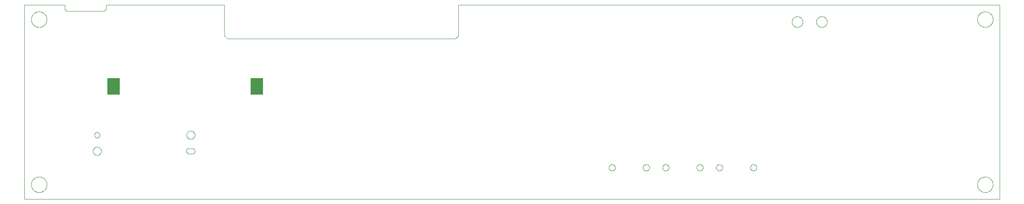
<source format=gbp>
G75*
%MOIN*%
%OFA0B0*%
%FSLAX25Y25*%
%IPPOS*%
%LPD*%
%AMOC8*
5,1,8,0,0,1.08239X$1,22.5*
%
%ADD10C,0.00000*%
%ADD11R,0.10236X0.13780*%
D10*
X0060586Y0028959D02*
X0060586Y0186439D01*
X0093066Y0186439D01*
X0093066Y0183487D01*
X0093068Y0183401D01*
X0093073Y0183315D01*
X0093083Y0183230D01*
X0093096Y0183145D01*
X0093113Y0183061D01*
X0093133Y0182977D01*
X0093157Y0182895D01*
X0093185Y0182814D01*
X0093216Y0182733D01*
X0093250Y0182655D01*
X0093288Y0182578D01*
X0093330Y0182503D01*
X0093374Y0182429D01*
X0093422Y0182358D01*
X0093473Y0182288D01*
X0093527Y0182221D01*
X0093583Y0182157D01*
X0093643Y0182095D01*
X0093705Y0182035D01*
X0093769Y0181979D01*
X0093836Y0181925D01*
X0093906Y0181874D01*
X0093977Y0181826D01*
X0094051Y0181782D01*
X0094126Y0181740D01*
X0094203Y0181702D01*
X0094281Y0181668D01*
X0094362Y0181637D01*
X0094443Y0181609D01*
X0094525Y0181585D01*
X0094609Y0181565D01*
X0094693Y0181548D01*
X0094778Y0181535D01*
X0094863Y0181525D01*
X0094949Y0181520D01*
X0095035Y0181518D01*
X0124562Y0181518D01*
X0124648Y0181520D01*
X0124734Y0181525D01*
X0124819Y0181535D01*
X0124904Y0181548D01*
X0124988Y0181565D01*
X0125072Y0181585D01*
X0125154Y0181609D01*
X0125235Y0181637D01*
X0125316Y0181668D01*
X0125394Y0181702D01*
X0125471Y0181740D01*
X0125547Y0181782D01*
X0125620Y0181826D01*
X0125691Y0181874D01*
X0125761Y0181925D01*
X0125828Y0181979D01*
X0125892Y0182035D01*
X0125954Y0182095D01*
X0126014Y0182157D01*
X0126070Y0182221D01*
X0126124Y0182288D01*
X0126175Y0182358D01*
X0126223Y0182429D01*
X0126267Y0182503D01*
X0126309Y0182578D01*
X0126347Y0182655D01*
X0126381Y0182733D01*
X0126412Y0182814D01*
X0126440Y0182895D01*
X0126464Y0182977D01*
X0126484Y0183061D01*
X0126501Y0183145D01*
X0126514Y0183230D01*
X0126524Y0183315D01*
X0126529Y0183401D01*
X0126531Y0183487D01*
X0126531Y0186439D01*
X0222003Y0186439D01*
X0222003Y0162817D01*
X0222005Y0162693D01*
X0222011Y0162570D01*
X0222020Y0162446D01*
X0222034Y0162324D01*
X0222051Y0162201D01*
X0222073Y0162079D01*
X0222098Y0161958D01*
X0222127Y0161838D01*
X0222159Y0161719D01*
X0222196Y0161600D01*
X0222236Y0161483D01*
X0222279Y0161368D01*
X0222327Y0161253D01*
X0222378Y0161141D01*
X0222432Y0161030D01*
X0222490Y0160920D01*
X0222551Y0160813D01*
X0222616Y0160707D01*
X0222684Y0160604D01*
X0222755Y0160503D01*
X0222829Y0160404D01*
X0222906Y0160307D01*
X0222987Y0160213D01*
X0223070Y0160122D01*
X0223156Y0160033D01*
X0223245Y0159947D01*
X0223336Y0159864D01*
X0223430Y0159783D01*
X0223527Y0159706D01*
X0223626Y0159632D01*
X0223727Y0159561D01*
X0223830Y0159493D01*
X0223936Y0159428D01*
X0224043Y0159367D01*
X0224153Y0159309D01*
X0224264Y0159255D01*
X0224376Y0159204D01*
X0224491Y0159156D01*
X0224606Y0159113D01*
X0224723Y0159073D01*
X0224842Y0159036D01*
X0224961Y0159004D01*
X0225081Y0158975D01*
X0225202Y0158950D01*
X0225324Y0158928D01*
X0225447Y0158911D01*
X0225569Y0158897D01*
X0225693Y0158888D01*
X0225816Y0158882D01*
X0225940Y0158880D01*
X0407043Y0158880D01*
X0407167Y0158882D01*
X0407290Y0158888D01*
X0407414Y0158897D01*
X0407536Y0158911D01*
X0407659Y0158928D01*
X0407781Y0158950D01*
X0407902Y0158975D01*
X0408022Y0159004D01*
X0408141Y0159036D01*
X0408260Y0159073D01*
X0408377Y0159113D01*
X0408492Y0159156D01*
X0408607Y0159204D01*
X0408719Y0159255D01*
X0408830Y0159309D01*
X0408940Y0159367D01*
X0409047Y0159428D01*
X0409153Y0159493D01*
X0409256Y0159561D01*
X0409357Y0159632D01*
X0409456Y0159706D01*
X0409553Y0159783D01*
X0409647Y0159864D01*
X0409738Y0159947D01*
X0409827Y0160033D01*
X0409913Y0160122D01*
X0409996Y0160213D01*
X0410077Y0160307D01*
X0410154Y0160404D01*
X0410228Y0160503D01*
X0410299Y0160604D01*
X0410367Y0160707D01*
X0410432Y0160813D01*
X0410493Y0160920D01*
X0410551Y0161030D01*
X0410605Y0161141D01*
X0410656Y0161253D01*
X0410704Y0161368D01*
X0410747Y0161483D01*
X0410787Y0161600D01*
X0410824Y0161719D01*
X0410856Y0161838D01*
X0410885Y0161958D01*
X0410910Y0162079D01*
X0410932Y0162201D01*
X0410949Y0162324D01*
X0410963Y0162446D01*
X0410972Y0162570D01*
X0410978Y0162693D01*
X0410980Y0162817D01*
X0410980Y0186439D01*
X0847987Y0186439D01*
X0847987Y0028959D01*
X0060586Y0028959D01*
X0066098Y0040770D02*
X0066100Y0040928D01*
X0066106Y0041086D01*
X0066116Y0041244D01*
X0066130Y0041402D01*
X0066148Y0041559D01*
X0066169Y0041716D01*
X0066195Y0041872D01*
X0066225Y0042028D01*
X0066258Y0042183D01*
X0066296Y0042336D01*
X0066337Y0042489D01*
X0066382Y0042641D01*
X0066431Y0042792D01*
X0066484Y0042941D01*
X0066540Y0043089D01*
X0066600Y0043235D01*
X0066664Y0043380D01*
X0066732Y0043523D01*
X0066803Y0043665D01*
X0066877Y0043805D01*
X0066955Y0043942D01*
X0067037Y0044078D01*
X0067121Y0044212D01*
X0067210Y0044343D01*
X0067301Y0044472D01*
X0067396Y0044599D01*
X0067493Y0044724D01*
X0067594Y0044846D01*
X0067698Y0044965D01*
X0067805Y0045082D01*
X0067915Y0045196D01*
X0068028Y0045307D01*
X0068143Y0045416D01*
X0068261Y0045521D01*
X0068382Y0045623D01*
X0068505Y0045723D01*
X0068631Y0045819D01*
X0068759Y0045912D01*
X0068889Y0046002D01*
X0069022Y0046088D01*
X0069157Y0046172D01*
X0069293Y0046251D01*
X0069432Y0046328D01*
X0069573Y0046400D01*
X0069715Y0046470D01*
X0069859Y0046535D01*
X0070005Y0046597D01*
X0070152Y0046655D01*
X0070301Y0046710D01*
X0070451Y0046761D01*
X0070602Y0046808D01*
X0070754Y0046851D01*
X0070907Y0046890D01*
X0071062Y0046926D01*
X0071217Y0046957D01*
X0071373Y0046985D01*
X0071529Y0047009D01*
X0071686Y0047029D01*
X0071844Y0047045D01*
X0072001Y0047057D01*
X0072160Y0047065D01*
X0072318Y0047069D01*
X0072476Y0047069D01*
X0072634Y0047065D01*
X0072793Y0047057D01*
X0072950Y0047045D01*
X0073108Y0047029D01*
X0073265Y0047009D01*
X0073421Y0046985D01*
X0073577Y0046957D01*
X0073732Y0046926D01*
X0073887Y0046890D01*
X0074040Y0046851D01*
X0074192Y0046808D01*
X0074343Y0046761D01*
X0074493Y0046710D01*
X0074642Y0046655D01*
X0074789Y0046597D01*
X0074935Y0046535D01*
X0075079Y0046470D01*
X0075221Y0046400D01*
X0075362Y0046328D01*
X0075501Y0046251D01*
X0075637Y0046172D01*
X0075772Y0046088D01*
X0075905Y0046002D01*
X0076035Y0045912D01*
X0076163Y0045819D01*
X0076289Y0045723D01*
X0076412Y0045623D01*
X0076533Y0045521D01*
X0076651Y0045416D01*
X0076766Y0045307D01*
X0076879Y0045196D01*
X0076989Y0045082D01*
X0077096Y0044965D01*
X0077200Y0044846D01*
X0077301Y0044724D01*
X0077398Y0044599D01*
X0077493Y0044472D01*
X0077584Y0044343D01*
X0077673Y0044212D01*
X0077757Y0044078D01*
X0077839Y0043942D01*
X0077917Y0043805D01*
X0077991Y0043665D01*
X0078062Y0043523D01*
X0078130Y0043380D01*
X0078194Y0043235D01*
X0078254Y0043089D01*
X0078310Y0042941D01*
X0078363Y0042792D01*
X0078412Y0042641D01*
X0078457Y0042489D01*
X0078498Y0042336D01*
X0078536Y0042183D01*
X0078569Y0042028D01*
X0078599Y0041872D01*
X0078625Y0041716D01*
X0078646Y0041559D01*
X0078664Y0041402D01*
X0078678Y0041244D01*
X0078688Y0041086D01*
X0078694Y0040928D01*
X0078696Y0040770D01*
X0078694Y0040612D01*
X0078688Y0040454D01*
X0078678Y0040296D01*
X0078664Y0040138D01*
X0078646Y0039981D01*
X0078625Y0039824D01*
X0078599Y0039668D01*
X0078569Y0039512D01*
X0078536Y0039357D01*
X0078498Y0039204D01*
X0078457Y0039051D01*
X0078412Y0038899D01*
X0078363Y0038748D01*
X0078310Y0038599D01*
X0078254Y0038451D01*
X0078194Y0038305D01*
X0078130Y0038160D01*
X0078062Y0038017D01*
X0077991Y0037875D01*
X0077917Y0037735D01*
X0077839Y0037598D01*
X0077757Y0037462D01*
X0077673Y0037328D01*
X0077584Y0037197D01*
X0077493Y0037068D01*
X0077398Y0036941D01*
X0077301Y0036816D01*
X0077200Y0036694D01*
X0077096Y0036575D01*
X0076989Y0036458D01*
X0076879Y0036344D01*
X0076766Y0036233D01*
X0076651Y0036124D01*
X0076533Y0036019D01*
X0076412Y0035917D01*
X0076289Y0035817D01*
X0076163Y0035721D01*
X0076035Y0035628D01*
X0075905Y0035538D01*
X0075772Y0035452D01*
X0075637Y0035368D01*
X0075501Y0035289D01*
X0075362Y0035212D01*
X0075221Y0035140D01*
X0075079Y0035070D01*
X0074935Y0035005D01*
X0074789Y0034943D01*
X0074642Y0034885D01*
X0074493Y0034830D01*
X0074343Y0034779D01*
X0074192Y0034732D01*
X0074040Y0034689D01*
X0073887Y0034650D01*
X0073732Y0034614D01*
X0073577Y0034583D01*
X0073421Y0034555D01*
X0073265Y0034531D01*
X0073108Y0034511D01*
X0072950Y0034495D01*
X0072793Y0034483D01*
X0072634Y0034475D01*
X0072476Y0034471D01*
X0072318Y0034471D01*
X0072160Y0034475D01*
X0072001Y0034483D01*
X0071844Y0034495D01*
X0071686Y0034511D01*
X0071529Y0034531D01*
X0071373Y0034555D01*
X0071217Y0034583D01*
X0071062Y0034614D01*
X0070907Y0034650D01*
X0070754Y0034689D01*
X0070602Y0034732D01*
X0070451Y0034779D01*
X0070301Y0034830D01*
X0070152Y0034885D01*
X0070005Y0034943D01*
X0069859Y0035005D01*
X0069715Y0035070D01*
X0069573Y0035140D01*
X0069432Y0035212D01*
X0069293Y0035289D01*
X0069157Y0035368D01*
X0069022Y0035452D01*
X0068889Y0035538D01*
X0068759Y0035628D01*
X0068631Y0035721D01*
X0068505Y0035817D01*
X0068382Y0035917D01*
X0068261Y0036019D01*
X0068143Y0036124D01*
X0068028Y0036233D01*
X0067915Y0036344D01*
X0067805Y0036458D01*
X0067698Y0036575D01*
X0067594Y0036694D01*
X0067493Y0036816D01*
X0067396Y0036941D01*
X0067301Y0037068D01*
X0067210Y0037197D01*
X0067121Y0037328D01*
X0067037Y0037462D01*
X0066955Y0037598D01*
X0066877Y0037735D01*
X0066803Y0037875D01*
X0066732Y0038017D01*
X0066664Y0038160D01*
X0066600Y0038305D01*
X0066540Y0038451D01*
X0066484Y0038599D01*
X0066431Y0038748D01*
X0066382Y0038899D01*
X0066337Y0039051D01*
X0066296Y0039204D01*
X0066258Y0039357D01*
X0066225Y0039512D01*
X0066195Y0039668D01*
X0066169Y0039824D01*
X0066148Y0039981D01*
X0066130Y0040138D01*
X0066116Y0040296D01*
X0066106Y0040454D01*
X0066100Y0040612D01*
X0066098Y0040770D01*
X0115901Y0067935D02*
X0115903Y0068050D01*
X0115909Y0068166D01*
X0115919Y0068281D01*
X0115933Y0068396D01*
X0115951Y0068510D01*
X0115973Y0068623D01*
X0115998Y0068736D01*
X0116028Y0068847D01*
X0116061Y0068958D01*
X0116098Y0069067D01*
X0116139Y0069175D01*
X0116184Y0069282D01*
X0116232Y0069387D01*
X0116284Y0069490D01*
X0116340Y0069591D01*
X0116399Y0069691D01*
X0116461Y0069788D01*
X0116527Y0069883D01*
X0116595Y0069976D01*
X0116667Y0070066D01*
X0116742Y0070154D01*
X0116821Y0070239D01*
X0116902Y0070321D01*
X0116985Y0070401D01*
X0117072Y0070477D01*
X0117161Y0070551D01*
X0117252Y0070621D01*
X0117346Y0070689D01*
X0117442Y0070753D01*
X0117541Y0070813D01*
X0117641Y0070870D01*
X0117743Y0070924D01*
X0117847Y0070974D01*
X0117953Y0071021D01*
X0118060Y0071064D01*
X0118169Y0071103D01*
X0118279Y0071138D01*
X0118390Y0071169D01*
X0118502Y0071197D01*
X0118615Y0071221D01*
X0118729Y0071241D01*
X0118844Y0071257D01*
X0118959Y0071269D01*
X0119074Y0071277D01*
X0119189Y0071281D01*
X0119305Y0071281D01*
X0119420Y0071277D01*
X0119535Y0071269D01*
X0119650Y0071257D01*
X0119765Y0071241D01*
X0119879Y0071221D01*
X0119992Y0071197D01*
X0120104Y0071169D01*
X0120215Y0071138D01*
X0120325Y0071103D01*
X0120434Y0071064D01*
X0120541Y0071021D01*
X0120647Y0070974D01*
X0120751Y0070924D01*
X0120853Y0070870D01*
X0120953Y0070813D01*
X0121052Y0070753D01*
X0121148Y0070689D01*
X0121242Y0070621D01*
X0121333Y0070551D01*
X0121422Y0070477D01*
X0121509Y0070401D01*
X0121592Y0070321D01*
X0121673Y0070239D01*
X0121752Y0070154D01*
X0121827Y0070066D01*
X0121899Y0069976D01*
X0121967Y0069883D01*
X0122033Y0069788D01*
X0122095Y0069691D01*
X0122154Y0069591D01*
X0122210Y0069490D01*
X0122262Y0069387D01*
X0122310Y0069282D01*
X0122355Y0069175D01*
X0122396Y0069067D01*
X0122433Y0068958D01*
X0122466Y0068847D01*
X0122496Y0068736D01*
X0122521Y0068623D01*
X0122543Y0068510D01*
X0122561Y0068396D01*
X0122575Y0068281D01*
X0122585Y0068166D01*
X0122591Y0068050D01*
X0122593Y0067935D01*
X0122591Y0067820D01*
X0122585Y0067704D01*
X0122575Y0067589D01*
X0122561Y0067474D01*
X0122543Y0067360D01*
X0122521Y0067247D01*
X0122496Y0067134D01*
X0122466Y0067023D01*
X0122433Y0066912D01*
X0122396Y0066803D01*
X0122355Y0066695D01*
X0122310Y0066588D01*
X0122262Y0066483D01*
X0122210Y0066380D01*
X0122154Y0066279D01*
X0122095Y0066179D01*
X0122033Y0066082D01*
X0121967Y0065987D01*
X0121899Y0065894D01*
X0121827Y0065804D01*
X0121752Y0065716D01*
X0121673Y0065631D01*
X0121592Y0065549D01*
X0121509Y0065469D01*
X0121422Y0065393D01*
X0121333Y0065319D01*
X0121242Y0065249D01*
X0121148Y0065181D01*
X0121052Y0065117D01*
X0120953Y0065057D01*
X0120853Y0065000D01*
X0120751Y0064946D01*
X0120647Y0064896D01*
X0120541Y0064849D01*
X0120434Y0064806D01*
X0120325Y0064767D01*
X0120215Y0064732D01*
X0120104Y0064701D01*
X0119992Y0064673D01*
X0119879Y0064649D01*
X0119765Y0064629D01*
X0119650Y0064613D01*
X0119535Y0064601D01*
X0119420Y0064593D01*
X0119305Y0064589D01*
X0119189Y0064589D01*
X0119074Y0064593D01*
X0118959Y0064601D01*
X0118844Y0064613D01*
X0118729Y0064629D01*
X0118615Y0064649D01*
X0118502Y0064673D01*
X0118390Y0064701D01*
X0118279Y0064732D01*
X0118169Y0064767D01*
X0118060Y0064806D01*
X0117953Y0064849D01*
X0117847Y0064896D01*
X0117743Y0064946D01*
X0117641Y0065000D01*
X0117541Y0065057D01*
X0117442Y0065117D01*
X0117346Y0065181D01*
X0117252Y0065249D01*
X0117161Y0065319D01*
X0117072Y0065393D01*
X0116985Y0065469D01*
X0116902Y0065549D01*
X0116821Y0065631D01*
X0116742Y0065716D01*
X0116667Y0065804D01*
X0116595Y0065894D01*
X0116527Y0065987D01*
X0116461Y0066082D01*
X0116399Y0066179D01*
X0116340Y0066279D01*
X0116284Y0066380D01*
X0116232Y0066483D01*
X0116184Y0066588D01*
X0116139Y0066695D01*
X0116098Y0066803D01*
X0116061Y0066912D01*
X0116028Y0067023D01*
X0115998Y0067134D01*
X0115973Y0067247D01*
X0115951Y0067360D01*
X0115933Y0067474D01*
X0115919Y0067589D01*
X0115909Y0067704D01*
X0115903Y0067820D01*
X0115901Y0067935D01*
X0117082Y0080928D02*
X0117084Y0081021D01*
X0117090Y0081113D01*
X0117100Y0081205D01*
X0117114Y0081296D01*
X0117131Y0081387D01*
X0117153Y0081477D01*
X0117178Y0081566D01*
X0117207Y0081654D01*
X0117240Y0081740D01*
X0117277Y0081825D01*
X0117317Y0081909D01*
X0117361Y0081990D01*
X0117408Y0082070D01*
X0117458Y0082148D01*
X0117512Y0082223D01*
X0117569Y0082296D01*
X0117629Y0082366D01*
X0117692Y0082434D01*
X0117758Y0082499D01*
X0117826Y0082561D01*
X0117897Y0082621D01*
X0117971Y0082677D01*
X0118047Y0082730D01*
X0118125Y0082779D01*
X0118205Y0082826D01*
X0118287Y0082868D01*
X0118371Y0082908D01*
X0118456Y0082943D01*
X0118543Y0082975D01*
X0118631Y0083004D01*
X0118720Y0083028D01*
X0118810Y0083049D01*
X0118901Y0083065D01*
X0118993Y0083078D01*
X0119085Y0083087D01*
X0119178Y0083092D01*
X0119270Y0083093D01*
X0119363Y0083090D01*
X0119455Y0083083D01*
X0119547Y0083072D01*
X0119638Y0083057D01*
X0119729Y0083039D01*
X0119819Y0083016D01*
X0119907Y0082990D01*
X0119995Y0082960D01*
X0120081Y0082926D01*
X0120165Y0082889D01*
X0120248Y0082847D01*
X0120329Y0082803D01*
X0120409Y0082755D01*
X0120486Y0082704D01*
X0120560Y0082649D01*
X0120633Y0082591D01*
X0120703Y0082531D01*
X0120770Y0082467D01*
X0120834Y0082401D01*
X0120896Y0082331D01*
X0120954Y0082260D01*
X0121009Y0082186D01*
X0121061Y0082109D01*
X0121110Y0082030D01*
X0121156Y0081950D01*
X0121198Y0081867D01*
X0121236Y0081783D01*
X0121271Y0081697D01*
X0121302Y0081610D01*
X0121329Y0081522D01*
X0121352Y0081432D01*
X0121372Y0081342D01*
X0121388Y0081251D01*
X0121400Y0081159D01*
X0121408Y0081067D01*
X0121412Y0080974D01*
X0121412Y0080882D01*
X0121408Y0080789D01*
X0121400Y0080697D01*
X0121388Y0080605D01*
X0121372Y0080514D01*
X0121352Y0080424D01*
X0121329Y0080334D01*
X0121302Y0080246D01*
X0121271Y0080159D01*
X0121236Y0080073D01*
X0121198Y0079989D01*
X0121156Y0079906D01*
X0121110Y0079826D01*
X0121061Y0079747D01*
X0121009Y0079670D01*
X0120954Y0079596D01*
X0120896Y0079525D01*
X0120834Y0079455D01*
X0120770Y0079389D01*
X0120703Y0079325D01*
X0120633Y0079265D01*
X0120560Y0079207D01*
X0120486Y0079152D01*
X0120409Y0079101D01*
X0120330Y0079053D01*
X0120248Y0079009D01*
X0120165Y0078967D01*
X0120081Y0078930D01*
X0119995Y0078896D01*
X0119907Y0078866D01*
X0119819Y0078840D01*
X0119729Y0078817D01*
X0119638Y0078799D01*
X0119547Y0078784D01*
X0119455Y0078773D01*
X0119363Y0078766D01*
X0119270Y0078763D01*
X0119178Y0078764D01*
X0119085Y0078769D01*
X0118993Y0078778D01*
X0118901Y0078791D01*
X0118810Y0078807D01*
X0118720Y0078828D01*
X0118631Y0078852D01*
X0118543Y0078881D01*
X0118456Y0078913D01*
X0118371Y0078948D01*
X0118287Y0078988D01*
X0118205Y0079030D01*
X0118125Y0079077D01*
X0118047Y0079126D01*
X0117971Y0079179D01*
X0117897Y0079235D01*
X0117826Y0079295D01*
X0117758Y0079357D01*
X0117692Y0079422D01*
X0117629Y0079490D01*
X0117569Y0079560D01*
X0117512Y0079633D01*
X0117458Y0079708D01*
X0117408Y0079786D01*
X0117361Y0079866D01*
X0117317Y0079947D01*
X0117277Y0080031D01*
X0117240Y0080116D01*
X0117207Y0080202D01*
X0117178Y0080290D01*
X0117153Y0080379D01*
X0117131Y0080469D01*
X0117114Y0080560D01*
X0117100Y0080651D01*
X0117090Y0080743D01*
X0117084Y0080835D01*
X0117082Y0080928D01*
X0193460Y0070101D02*
X0196216Y0070101D01*
X0196308Y0070095D01*
X0196399Y0070085D01*
X0196490Y0070071D01*
X0196580Y0070053D01*
X0196669Y0070032D01*
X0196758Y0070006D01*
X0196845Y0069977D01*
X0196931Y0069945D01*
X0197015Y0069909D01*
X0197098Y0069869D01*
X0197179Y0069826D01*
X0197258Y0069779D01*
X0197335Y0069729D01*
X0197410Y0069676D01*
X0197483Y0069619D01*
X0197553Y0069560D01*
X0197620Y0069498D01*
X0197685Y0069433D01*
X0197747Y0069365D01*
X0197807Y0069295D01*
X0197863Y0069222D01*
X0197916Y0069147D01*
X0197965Y0069070D01*
X0198012Y0068991D01*
X0198055Y0068909D01*
X0198094Y0068826D01*
X0198130Y0068742D01*
X0198163Y0068656D01*
X0198191Y0068569D01*
X0198216Y0068480D01*
X0198238Y0068391D01*
X0198255Y0068301D01*
X0198269Y0068210D01*
X0198278Y0068119D01*
X0198284Y0068027D01*
X0198286Y0067935D01*
X0198284Y0067843D01*
X0198278Y0067751D01*
X0198269Y0067660D01*
X0198255Y0067569D01*
X0198238Y0067479D01*
X0198216Y0067390D01*
X0198191Y0067301D01*
X0198163Y0067214D01*
X0198130Y0067128D01*
X0198094Y0067044D01*
X0198055Y0066961D01*
X0198012Y0066879D01*
X0197965Y0066800D01*
X0197916Y0066723D01*
X0197863Y0066648D01*
X0197807Y0066575D01*
X0197747Y0066505D01*
X0197685Y0066437D01*
X0197620Y0066372D01*
X0197553Y0066310D01*
X0197483Y0066251D01*
X0197410Y0066194D01*
X0197335Y0066141D01*
X0197258Y0066091D01*
X0197179Y0066044D01*
X0197098Y0066001D01*
X0197015Y0065961D01*
X0196931Y0065925D01*
X0196845Y0065893D01*
X0196758Y0065864D01*
X0196669Y0065838D01*
X0196580Y0065817D01*
X0196490Y0065799D01*
X0196399Y0065785D01*
X0196308Y0065775D01*
X0196216Y0065769D01*
X0196216Y0065770D02*
X0193460Y0065770D01*
X0193368Y0065772D01*
X0193276Y0065778D01*
X0193185Y0065788D01*
X0193094Y0065801D01*
X0193004Y0065819D01*
X0192914Y0065840D01*
X0192826Y0065865D01*
X0192739Y0065894D01*
X0192653Y0065926D01*
X0192568Y0065962D01*
X0192485Y0066002D01*
X0192404Y0066045D01*
X0192325Y0066091D01*
X0192248Y0066141D01*
X0192173Y0066194D01*
X0192100Y0066251D01*
X0192030Y0066310D01*
X0191962Y0066372D01*
X0191897Y0066437D01*
X0191835Y0066505D01*
X0191776Y0066575D01*
X0191719Y0066648D01*
X0191666Y0066723D01*
X0191616Y0066800D01*
X0191570Y0066879D01*
X0191527Y0066960D01*
X0191487Y0067043D01*
X0191451Y0067128D01*
X0191419Y0067214D01*
X0191390Y0067301D01*
X0191365Y0067389D01*
X0191344Y0067479D01*
X0191326Y0067569D01*
X0191313Y0067660D01*
X0191303Y0067751D01*
X0191297Y0067843D01*
X0191295Y0067935D01*
X0191297Y0068027D01*
X0191303Y0068119D01*
X0191313Y0068210D01*
X0191326Y0068301D01*
X0191344Y0068391D01*
X0191365Y0068481D01*
X0191390Y0068569D01*
X0191419Y0068656D01*
X0191451Y0068742D01*
X0191487Y0068827D01*
X0191527Y0068910D01*
X0191570Y0068991D01*
X0191616Y0069070D01*
X0191666Y0069147D01*
X0191719Y0069222D01*
X0191776Y0069295D01*
X0191835Y0069365D01*
X0191897Y0069433D01*
X0191962Y0069498D01*
X0192030Y0069560D01*
X0192100Y0069619D01*
X0192173Y0069676D01*
X0192248Y0069729D01*
X0192325Y0069779D01*
X0192404Y0069825D01*
X0192485Y0069868D01*
X0192568Y0069908D01*
X0192653Y0069944D01*
X0192739Y0069976D01*
X0192826Y0070005D01*
X0192914Y0070030D01*
X0193004Y0070051D01*
X0193094Y0070069D01*
X0193185Y0070082D01*
X0193276Y0070092D01*
X0193368Y0070098D01*
X0193460Y0070100D01*
X0191492Y0080928D02*
X0191494Y0081043D01*
X0191500Y0081159D01*
X0191510Y0081274D01*
X0191524Y0081389D01*
X0191542Y0081503D01*
X0191564Y0081616D01*
X0191589Y0081729D01*
X0191619Y0081840D01*
X0191652Y0081951D01*
X0191689Y0082060D01*
X0191730Y0082168D01*
X0191775Y0082275D01*
X0191823Y0082380D01*
X0191875Y0082483D01*
X0191931Y0082584D01*
X0191990Y0082684D01*
X0192052Y0082781D01*
X0192118Y0082876D01*
X0192186Y0082969D01*
X0192258Y0083059D01*
X0192333Y0083147D01*
X0192412Y0083232D01*
X0192493Y0083314D01*
X0192576Y0083394D01*
X0192663Y0083470D01*
X0192752Y0083544D01*
X0192843Y0083614D01*
X0192937Y0083682D01*
X0193033Y0083746D01*
X0193132Y0083806D01*
X0193232Y0083863D01*
X0193334Y0083917D01*
X0193438Y0083967D01*
X0193544Y0084014D01*
X0193651Y0084057D01*
X0193760Y0084096D01*
X0193870Y0084131D01*
X0193981Y0084162D01*
X0194093Y0084190D01*
X0194206Y0084214D01*
X0194320Y0084234D01*
X0194435Y0084250D01*
X0194550Y0084262D01*
X0194665Y0084270D01*
X0194780Y0084274D01*
X0194896Y0084274D01*
X0195011Y0084270D01*
X0195126Y0084262D01*
X0195241Y0084250D01*
X0195356Y0084234D01*
X0195470Y0084214D01*
X0195583Y0084190D01*
X0195695Y0084162D01*
X0195806Y0084131D01*
X0195916Y0084096D01*
X0196025Y0084057D01*
X0196132Y0084014D01*
X0196238Y0083967D01*
X0196342Y0083917D01*
X0196444Y0083863D01*
X0196544Y0083806D01*
X0196643Y0083746D01*
X0196739Y0083682D01*
X0196833Y0083614D01*
X0196924Y0083544D01*
X0197013Y0083470D01*
X0197100Y0083394D01*
X0197183Y0083314D01*
X0197264Y0083232D01*
X0197343Y0083147D01*
X0197418Y0083059D01*
X0197490Y0082969D01*
X0197558Y0082876D01*
X0197624Y0082781D01*
X0197686Y0082684D01*
X0197745Y0082584D01*
X0197801Y0082483D01*
X0197853Y0082380D01*
X0197901Y0082275D01*
X0197946Y0082168D01*
X0197987Y0082060D01*
X0198024Y0081951D01*
X0198057Y0081840D01*
X0198087Y0081729D01*
X0198112Y0081616D01*
X0198134Y0081503D01*
X0198152Y0081389D01*
X0198166Y0081274D01*
X0198176Y0081159D01*
X0198182Y0081043D01*
X0198184Y0080928D01*
X0198182Y0080813D01*
X0198176Y0080697D01*
X0198166Y0080582D01*
X0198152Y0080467D01*
X0198134Y0080353D01*
X0198112Y0080240D01*
X0198087Y0080127D01*
X0198057Y0080016D01*
X0198024Y0079905D01*
X0197987Y0079796D01*
X0197946Y0079688D01*
X0197901Y0079581D01*
X0197853Y0079476D01*
X0197801Y0079373D01*
X0197745Y0079272D01*
X0197686Y0079172D01*
X0197624Y0079075D01*
X0197558Y0078980D01*
X0197490Y0078887D01*
X0197418Y0078797D01*
X0197343Y0078709D01*
X0197264Y0078624D01*
X0197183Y0078542D01*
X0197100Y0078462D01*
X0197013Y0078386D01*
X0196924Y0078312D01*
X0196833Y0078242D01*
X0196739Y0078174D01*
X0196643Y0078110D01*
X0196544Y0078050D01*
X0196444Y0077993D01*
X0196342Y0077939D01*
X0196238Y0077889D01*
X0196132Y0077842D01*
X0196025Y0077799D01*
X0195916Y0077760D01*
X0195806Y0077725D01*
X0195695Y0077694D01*
X0195583Y0077666D01*
X0195470Y0077642D01*
X0195356Y0077622D01*
X0195241Y0077606D01*
X0195126Y0077594D01*
X0195011Y0077586D01*
X0194896Y0077582D01*
X0194780Y0077582D01*
X0194665Y0077586D01*
X0194550Y0077594D01*
X0194435Y0077606D01*
X0194320Y0077622D01*
X0194206Y0077642D01*
X0194093Y0077666D01*
X0193981Y0077694D01*
X0193870Y0077725D01*
X0193760Y0077760D01*
X0193651Y0077799D01*
X0193544Y0077842D01*
X0193438Y0077889D01*
X0193334Y0077939D01*
X0193232Y0077993D01*
X0193132Y0078050D01*
X0193033Y0078110D01*
X0192937Y0078174D01*
X0192843Y0078242D01*
X0192752Y0078312D01*
X0192663Y0078386D01*
X0192576Y0078462D01*
X0192493Y0078542D01*
X0192412Y0078624D01*
X0192333Y0078709D01*
X0192258Y0078797D01*
X0192186Y0078887D01*
X0192118Y0078980D01*
X0192052Y0079075D01*
X0191990Y0079172D01*
X0191931Y0079272D01*
X0191875Y0079373D01*
X0191823Y0079476D01*
X0191775Y0079581D01*
X0191730Y0079688D01*
X0191689Y0079796D01*
X0191652Y0079905D01*
X0191619Y0080016D01*
X0191589Y0080127D01*
X0191564Y0080240D01*
X0191542Y0080353D01*
X0191524Y0080467D01*
X0191510Y0080582D01*
X0191500Y0080697D01*
X0191494Y0080813D01*
X0191492Y0080928D01*
X0066098Y0174628D02*
X0066100Y0174786D01*
X0066106Y0174944D01*
X0066116Y0175102D01*
X0066130Y0175260D01*
X0066148Y0175417D01*
X0066169Y0175574D01*
X0066195Y0175730D01*
X0066225Y0175886D01*
X0066258Y0176041D01*
X0066296Y0176194D01*
X0066337Y0176347D01*
X0066382Y0176499D01*
X0066431Y0176650D01*
X0066484Y0176799D01*
X0066540Y0176947D01*
X0066600Y0177093D01*
X0066664Y0177238D01*
X0066732Y0177381D01*
X0066803Y0177523D01*
X0066877Y0177663D01*
X0066955Y0177800D01*
X0067037Y0177936D01*
X0067121Y0178070D01*
X0067210Y0178201D01*
X0067301Y0178330D01*
X0067396Y0178457D01*
X0067493Y0178582D01*
X0067594Y0178704D01*
X0067698Y0178823D01*
X0067805Y0178940D01*
X0067915Y0179054D01*
X0068028Y0179165D01*
X0068143Y0179274D01*
X0068261Y0179379D01*
X0068382Y0179481D01*
X0068505Y0179581D01*
X0068631Y0179677D01*
X0068759Y0179770D01*
X0068889Y0179860D01*
X0069022Y0179946D01*
X0069157Y0180030D01*
X0069293Y0180109D01*
X0069432Y0180186D01*
X0069573Y0180258D01*
X0069715Y0180328D01*
X0069859Y0180393D01*
X0070005Y0180455D01*
X0070152Y0180513D01*
X0070301Y0180568D01*
X0070451Y0180619D01*
X0070602Y0180666D01*
X0070754Y0180709D01*
X0070907Y0180748D01*
X0071062Y0180784D01*
X0071217Y0180815D01*
X0071373Y0180843D01*
X0071529Y0180867D01*
X0071686Y0180887D01*
X0071844Y0180903D01*
X0072001Y0180915D01*
X0072160Y0180923D01*
X0072318Y0180927D01*
X0072476Y0180927D01*
X0072634Y0180923D01*
X0072793Y0180915D01*
X0072950Y0180903D01*
X0073108Y0180887D01*
X0073265Y0180867D01*
X0073421Y0180843D01*
X0073577Y0180815D01*
X0073732Y0180784D01*
X0073887Y0180748D01*
X0074040Y0180709D01*
X0074192Y0180666D01*
X0074343Y0180619D01*
X0074493Y0180568D01*
X0074642Y0180513D01*
X0074789Y0180455D01*
X0074935Y0180393D01*
X0075079Y0180328D01*
X0075221Y0180258D01*
X0075362Y0180186D01*
X0075501Y0180109D01*
X0075637Y0180030D01*
X0075772Y0179946D01*
X0075905Y0179860D01*
X0076035Y0179770D01*
X0076163Y0179677D01*
X0076289Y0179581D01*
X0076412Y0179481D01*
X0076533Y0179379D01*
X0076651Y0179274D01*
X0076766Y0179165D01*
X0076879Y0179054D01*
X0076989Y0178940D01*
X0077096Y0178823D01*
X0077200Y0178704D01*
X0077301Y0178582D01*
X0077398Y0178457D01*
X0077493Y0178330D01*
X0077584Y0178201D01*
X0077673Y0178070D01*
X0077757Y0177936D01*
X0077839Y0177800D01*
X0077917Y0177663D01*
X0077991Y0177523D01*
X0078062Y0177381D01*
X0078130Y0177238D01*
X0078194Y0177093D01*
X0078254Y0176947D01*
X0078310Y0176799D01*
X0078363Y0176650D01*
X0078412Y0176499D01*
X0078457Y0176347D01*
X0078498Y0176194D01*
X0078536Y0176041D01*
X0078569Y0175886D01*
X0078599Y0175730D01*
X0078625Y0175574D01*
X0078646Y0175417D01*
X0078664Y0175260D01*
X0078678Y0175102D01*
X0078688Y0174944D01*
X0078694Y0174786D01*
X0078696Y0174628D01*
X0078694Y0174470D01*
X0078688Y0174312D01*
X0078678Y0174154D01*
X0078664Y0173996D01*
X0078646Y0173839D01*
X0078625Y0173682D01*
X0078599Y0173526D01*
X0078569Y0173370D01*
X0078536Y0173215D01*
X0078498Y0173062D01*
X0078457Y0172909D01*
X0078412Y0172757D01*
X0078363Y0172606D01*
X0078310Y0172457D01*
X0078254Y0172309D01*
X0078194Y0172163D01*
X0078130Y0172018D01*
X0078062Y0171875D01*
X0077991Y0171733D01*
X0077917Y0171593D01*
X0077839Y0171456D01*
X0077757Y0171320D01*
X0077673Y0171186D01*
X0077584Y0171055D01*
X0077493Y0170926D01*
X0077398Y0170799D01*
X0077301Y0170674D01*
X0077200Y0170552D01*
X0077096Y0170433D01*
X0076989Y0170316D01*
X0076879Y0170202D01*
X0076766Y0170091D01*
X0076651Y0169982D01*
X0076533Y0169877D01*
X0076412Y0169775D01*
X0076289Y0169675D01*
X0076163Y0169579D01*
X0076035Y0169486D01*
X0075905Y0169396D01*
X0075772Y0169310D01*
X0075637Y0169226D01*
X0075501Y0169147D01*
X0075362Y0169070D01*
X0075221Y0168998D01*
X0075079Y0168928D01*
X0074935Y0168863D01*
X0074789Y0168801D01*
X0074642Y0168743D01*
X0074493Y0168688D01*
X0074343Y0168637D01*
X0074192Y0168590D01*
X0074040Y0168547D01*
X0073887Y0168508D01*
X0073732Y0168472D01*
X0073577Y0168441D01*
X0073421Y0168413D01*
X0073265Y0168389D01*
X0073108Y0168369D01*
X0072950Y0168353D01*
X0072793Y0168341D01*
X0072634Y0168333D01*
X0072476Y0168329D01*
X0072318Y0168329D01*
X0072160Y0168333D01*
X0072001Y0168341D01*
X0071844Y0168353D01*
X0071686Y0168369D01*
X0071529Y0168389D01*
X0071373Y0168413D01*
X0071217Y0168441D01*
X0071062Y0168472D01*
X0070907Y0168508D01*
X0070754Y0168547D01*
X0070602Y0168590D01*
X0070451Y0168637D01*
X0070301Y0168688D01*
X0070152Y0168743D01*
X0070005Y0168801D01*
X0069859Y0168863D01*
X0069715Y0168928D01*
X0069573Y0168998D01*
X0069432Y0169070D01*
X0069293Y0169147D01*
X0069157Y0169226D01*
X0069022Y0169310D01*
X0068889Y0169396D01*
X0068759Y0169486D01*
X0068631Y0169579D01*
X0068505Y0169675D01*
X0068382Y0169775D01*
X0068261Y0169877D01*
X0068143Y0169982D01*
X0068028Y0170091D01*
X0067915Y0170202D01*
X0067805Y0170316D01*
X0067698Y0170433D01*
X0067594Y0170552D01*
X0067493Y0170674D01*
X0067396Y0170799D01*
X0067301Y0170926D01*
X0067210Y0171055D01*
X0067121Y0171186D01*
X0067037Y0171320D01*
X0066955Y0171456D01*
X0066877Y0171593D01*
X0066803Y0171733D01*
X0066732Y0171875D01*
X0066664Y0172018D01*
X0066600Y0172163D01*
X0066540Y0172309D01*
X0066484Y0172457D01*
X0066431Y0172606D01*
X0066382Y0172757D01*
X0066337Y0172909D01*
X0066296Y0173062D01*
X0066258Y0173215D01*
X0066225Y0173370D01*
X0066195Y0173526D01*
X0066169Y0173682D01*
X0066148Y0173839D01*
X0066130Y0173996D01*
X0066116Y0174154D01*
X0066106Y0174312D01*
X0066100Y0174470D01*
X0066098Y0174628D01*
X0532436Y0054550D02*
X0532438Y0054651D01*
X0532444Y0054752D01*
X0532454Y0054853D01*
X0532468Y0054953D01*
X0532486Y0055052D01*
X0532508Y0055151D01*
X0532533Y0055249D01*
X0532563Y0055346D01*
X0532596Y0055441D01*
X0532633Y0055535D01*
X0532674Y0055628D01*
X0532718Y0055719D01*
X0532766Y0055808D01*
X0532818Y0055895D01*
X0532873Y0055980D01*
X0532931Y0056062D01*
X0532992Y0056143D01*
X0533057Y0056221D01*
X0533124Y0056296D01*
X0533194Y0056368D01*
X0533268Y0056438D01*
X0533344Y0056505D01*
X0533422Y0056569D01*
X0533503Y0056629D01*
X0533586Y0056686D01*
X0533672Y0056740D01*
X0533760Y0056791D01*
X0533849Y0056838D01*
X0533940Y0056882D01*
X0534033Y0056921D01*
X0534128Y0056958D01*
X0534223Y0056990D01*
X0534320Y0057019D01*
X0534419Y0057043D01*
X0534517Y0057064D01*
X0534617Y0057081D01*
X0534717Y0057094D01*
X0534818Y0057103D01*
X0534919Y0057108D01*
X0535020Y0057109D01*
X0535121Y0057106D01*
X0535222Y0057099D01*
X0535323Y0057088D01*
X0535423Y0057073D01*
X0535522Y0057054D01*
X0535621Y0057031D01*
X0535718Y0057005D01*
X0535815Y0056974D01*
X0535910Y0056940D01*
X0536003Y0056902D01*
X0536096Y0056860D01*
X0536186Y0056815D01*
X0536275Y0056766D01*
X0536361Y0056714D01*
X0536445Y0056658D01*
X0536528Y0056599D01*
X0536607Y0056537D01*
X0536685Y0056472D01*
X0536759Y0056404D01*
X0536831Y0056332D01*
X0536900Y0056259D01*
X0536966Y0056182D01*
X0537029Y0056103D01*
X0537089Y0056021D01*
X0537145Y0055937D01*
X0537198Y0055851D01*
X0537248Y0055763D01*
X0537294Y0055673D01*
X0537337Y0055582D01*
X0537376Y0055488D01*
X0537411Y0055393D01*
X0537442Y0055297D01*
X0537470Y0055200D01*
X0537494Y0055102D01*
X0537514Y0055003D01*
X0537530Y0054903D01*
X0537542Y0054802D01*
X0537550Y0054702D01*
X0537554Y0054601D01*
X0537554Y0054499D01*
X0537550Y0054398D01*
X0537542Y0054298D01*
X0537530Y0054197D01*
X0537514Y0054097D01*
X0537494Y0053998D01*
X0537470Y0053900D01*
X0537442Y0053803D01*
X0537411Y0053707D01*
X0537376Y0053612D01*
X0537337Y0053518D01*
X0537294Y0053427D01*
X0537248Y0053337D01*
X0537198Y0053249D01*
X0537145Y0053163D01*
X0537089Y0053079D01*
X0537029Y0052997D01*
X0536966Y0052918D01*
X0536900Y0052841D01*
X0536831Y0052768D01*
X0536759Y0052696D01*
X0536685Y0052628D01*
X0536607Y0052563D01*
X0536528Y0052501D01*
X0536445Y0052442D01*
X0536361Y0052386D01*
X0536274Y0052334D01*
X0536186Y0052285D01*
X0536096Y0052240D01*
X0536003Y0052198D01*
X0535910Y0052160D01*
X0535815Y0052126D01*
X0535718Y0052095D01*
X0535621Y0052069D01*
X0535522Y0052046D01*
X0535423Y0052027D01*
X0535323Y0052012D01*
X0535222Y0052001D01*
X0535121Y0051994D01*
X0535020Y0051991D01*
X0534919Y0051992D01*
X0534818Y0051997D01*
X0534717Y0052006D01*
X0534617Y0052019D01*
X0534517Y0052036D01*
X0534419Y0052057D01*
X0534320Y0052081D01*
X0534223Y0052110D01*
X0534128Y0052142D01*
X0534033Y0052179D01*
X0533940Y0052218D01*
X0533849Y0052262D01*
X0533760Y0052309D01*
X0533672Y0052360D01*
X0533586Y0052414D01*
X0533503Y0052471D01*
X0533422Y0052531D01*
X0533344Y0052595D01*
X0533268Y0052662D01*
X0533194Y0052732D01*
X0533124Y0052804D01*
X0533057Y0052879D01*
X0532992Y0052957D01*
X0532931Y0053038D01*
X0532873Y0053120D01*
X0532818Y0053205D01*
X0532766Y0053292D01*
X0532718Y0053381D01*
X0532674Y0053472D01*
X0532633Y0053565D01*
X0532596Y0053659D01*
X0532563Y0053754D01*
X0532533Y0053851D01*
X0532508Y0053949D01*
X0532486Y0054048D01*
X0532468Y0054147D01*
X0532454Y0054247D01*
X0532444Y0054348D01*
X0532438Y0054449D01*
X0532436Y0054550D01*
X0559995Y0054550D02*
X0559997Y0054651D01*
X0560003Y0054752D01*
X0560013Y0054853D01*
X0560027Y0054953D01*
X0560045Y0055052D01*
X0560067Y0055151D01*
X0560092Y0055249D01*
X0560122Y0055346D01*
X0560155Y0055441D01*
X0560192Y0055535D01*
X0560233Y0055628D01*
X0560277Y0055719D01*
X0560325Y0055808D01*
X0560377Y0055895D01*
X0560432Y0055980D01*
X0560490Y0056062D01*
X0560551Y0056143D01*
X0560616Y0056221D01*
X0560683Y0056296D01*
X0560753Y0056368D01*
X0560827Y0056438D01*
X0560903Y0056505D01*
X0560981Y0056569D01*
X0561062Y0056629D01*
X0561145Y0056686D01*
X0561231Y0056740D01*
X0561319Y0056791D01*
X0561408Y0056838D01*
X0561499Y0056882D01*
X0561592Y0056921D01*
X0561687Y0056958D01*
X0561782Y0056990D01*
X0561879Y0057019D01*
X0561978Y0057043D01*
X0562076Y0057064D01*
X0562176Y0057081D01*
X0562276Y0057094D01*
X0562377Y0057103D01*
X0562478Y0057108D01*
X0562579Y0057109D01*
X0562680Y0057106D01*
X0562781Y0057099D01*
X0562882Y0057088D01*
X0562982Y0057073D01*
X0563081Y0057054D01*
X0563180Y0057031D01*
X0563277Y0057005D01*
X0563374Y0056974D01*
X0563469Y0056940D01*
X0563562Y0056902D01*
X0563655Y0056860D01*
X0563745Y0056815D01*
X0563834Y0056766D01*
X0563920Y0056714D01*
X0564004Y0056658D01*
X0564087Y0056599D01*
X0564166Y0056537D01*
X0564244Y0056472D01*
X0564318Y0056404D01*
X0564390Y0056332D01*
X0564459Y0056259D01*
X0564525Y0056182D01*
X0564588Y0056103D01*
X0564648Y0056021D01*
X0564704Y0055937D01*
X0564757Y0055851D01*
X0564807Y0055763D01*
X0564853Y0055673D01*
X0564896Y0055582D01*
X0564935Y0055488D01*
X0564970Y0055393D01*
X0565001Y0055297D01*
X0565029Y0055200D01*
X0565053Y0055102D01*
X0565073Y0055003D01*
X0565089Y0054903D01*
X0565101Y0054802D01*
X0565109Y0054702D01*
X0565113Y0054601D01*
X0565113Y0054499D01*
X0565109Y0054398D01*
X0565101Y0054298D01*
X0565089Y0054197D01*
X0565073Y0054097D01*
X0565053Y0053998D01*
X0565029Y0053900D01*
X0565001Y0053803D01*
X0564970Y0053707D01*
X0564935Y0053612D01*
X0564896Y0053518D01*
X0564853Y0053427D01*
X0564807Y0053337D01*
X0564757Y0053249D01*
X0564704Y0053163D01*
X0564648Y0053079D01*
X0564588Y0052997D01*
X0564525Y0052918D01*
X0564459Y0052841D01*
X0564390Y0052768D01*
X0564318Y0052696D01*
X0564244Y0052628D01*
X0564166Y0052563D01*
X0564087Y0052501D01*
X0564004Y0052442D01*
X0563920Y0052386D01*
X0563833Y0052334D01*
X0563745Y0052285D01*
X0563655Y0052240D01*
X0563562Y0052198D01*
X0563469Y0052160D01*
X0563374Y0052126D01*
X0563277Y0052095D01*
X0563180Y0052069D01*
X0563081Y0052046D01*
X0562982Y0052027D01*
X0562882Y0052012D01*
X0562781Y0052001D01*
X0562680Y0051994D01*
X0562579Y0051991D01*
X0562478Y0051992D01*
X0562377Y0051997D01*
X0562276Y0052006D01*
X0562176Y0052019D01*
X0562076Y0052036D01*
X0561978Y0052057D01*
X0561879Y0052081D01*
X0561782Y0052110D01*
X0561687Y0052142D01*
X0561592Y0052179D01*
X0561499Y0052218D01*
X0561408Y0052262D01*
X0561319Y0052309D01*
X0561231Y0052360D01*
X0561145Y0052414D01*
X0561062Y0052471D01*
X0560981Y0052531D01*
X0560903Y0052595D01*
X0560827Y0052662D01*
X0560753Y0052732D01*
X0560683Y0052804D01*
X0560616Y0052879D01*
X0560551Y0052957D01*
X0560490Y0053038D01*
X0560432Y0053120D01*
X0560377Y0053205D01*
X0560325Y0053292D01*
X0560277Y0053381D01*
X0560233Y0053472D01*
X0560192Y0053565D01*
X0560155Y0053659D01*
X0560122Y0053754D01*
X0560092Y0053851D01*
X0560067Y0053949D01*
X0560045Y0054048D01*
X0560027Y0054147D01*
X0560013Y0054247D01*
X0560003Y0054348D01*
X0559997Y0054449D01*
X0559995Y0054550D01*
X0575743Y0054550D02*
X0575745Y0054651D01*
X0575751Y0054752D01*
X0575761Y0054853D01*
X0575775Y0054953D01*
X0575793Y0055052D01*
X0575815Y0055151D01*
X0575840Y0055249D01*
X0575870Y0055346D01*
X0575903Y0055441D01*
X0575940Y0055535D01*
X0575981Y0055628D01*
X0576025Y0055719D01*
X0576073Y0055808D01*
X0576125Y0055895D01*
X0576180Y0055980D01*
X0576238Y0056062D01*
X0576299Y0056143D01*
X0576364Y0056221D01*
X0576431Y0056296D01*
X0576501Y0056368D01*
X0576575Y0056438D01*
X0576651Y0056505D01*
X0576729Y0056569D01*
X0576810Y0056629D01*
X0576893Y0056686D01*
X0576979Y0056740D01*
X0577067Y0056791D01*
X0577156Y0056838D01*
X0577247Y0056882D01*
X0577340Y0056921D01*
X0577435Y0056958D01*
X0577530Y0056990D01*
X0577627Y0057019D01*
X0577726Y0057043D01*
X0577824Y0057064D01*
X0577924Y0057081D01*
X0578024Y0057094D01*
X0578125Y0057103D01*
X0578226Y0057108D01*
X0578327Y0057109D01*
X0578428Y0057106D01*
X0578529Y0057099D01*
X0578630Y0057088D01*
X0578730Y0057073D01*
X0578829Y0057054D01*
X0578928Y0057031D01*
X0579025Y0057005D01*
X0579122Y0056974D01*
X0579217Y0056940D01*
X0579310Y0056902D01*
X0579403Y0056860D01*
X0579493Y0056815D01*
X0579582Y0056766D01*
X0579668Y0056714D01*
X0579752Y0056658D01*
X0579835Y0056599D01*
X0579914Y0056537D01*
X0579992Y0056472D01*
X0580066Y0056404D01*
X0580138Y0056332D01*
X0580207Y0056259D01*
X0580273Y0056182D01*
X0580336Y0056103D01*
X0580396Y0056021D01*
X0580452Y0055937D01*
X0580505Y0055851D01*
X0580555Y0055763D01*
X0580601Y0055673D01*
X0580644Y0055582D01*
X0580683Y0055488D01*
X0580718Y0055393D01*
X0580749Y0055297D01*
X0580777Y0055200D01*
X0580801Y0055102D01*
X0580821Y0055003D01*
X0580837Y0054903D01*
X0580849Y0054802D01*
X0580857Y0054702D01*
X0580861Y0054601D01*
X0580861Y0054499D01*
X0580857Y0054398D01*
X0580849Y0054298D01*
X0580837Y0054197D01*
X0580821Y0054097D01*
X0580801Y0053998D01*
X0580777Y0053900D01*
X0580749Y0053803D01*
X0580718Y0053707D01*
X0580683Y0053612D01*
X0580644Y0053518D01*
X0580601Y0053427D01*
X0580555Y0053337D01*
X0580505Y0053249D01*
X0580452Y0053163D01*
X0580396Y0053079D01*
X0580336Y0052997D01*
X0580273Y0052918D01*
X0580207Y0052841D01*
X0580138Y0052768D01*
X0580066Y0052696D01*
X0579992Y0052628D01*
X0579914Y0052563D01*
X0579835Y0052501D01*
X0579752Y0052442D01*
X0579668Y0052386D01*
X0579581Y0052334D01*
X0579493Y0052285D01*
X0579403Y0052240D01*
X0579310Y0052198D01*
X0579217Y0052160D01*
X0579122Y0052126D01*
X0579025Y0052095D01*
X0578928Y0052069D01*
X0578829Y0052046D01*
X0578730Y0052027D01*
X0578630Y0052012D01*
X0578529Y0052001D01*
X0578428Y0051994D01*
X0578327Y0051991D01*
X0578226Y0051992D01*
X0578125Y0051997D01*
X0578024Y0052006D01*
X0577924Y0052019D01*
X0577824Y0052036D01*
X0577726Y0052057D01*
X0577627Y0052081D01*
X0577530Y0052110D01*
X0577435Y0052142D01*
X0577340Y0052179D01*
X0577247Y0052218D01*
X0577156Y0052262D01*
X0577067Y0052309D01*
X0576979Y0052360D01*
X0576893Y0052414D01*
X0576810Y0052471D01*
X0576729Y0052531D01*
X0576651Y0052595D01*
X0576575Y0052662D01*
X0576501Y0052732D01*
X0576431Y0052804D01*
X0576364Y0052879D01*
X0576299Y0052957D01*
X0576238Y0053038D01*
X0576180Y0053120D01*
X0576125Y0053205D01*
X0576073Y0053292D01*
X0576025Y0053381D01*
X0575981Y0053472D01*
X0575940Y0053565D01*
X0575903Y0053659D01*
X0575870Y0053754D01*
X0575840Y0053851D01*
X0575815Y0053949D01*
X0575793Y0054048D01*
X0575775Y0054147D01*
X0575761Y0054247D01*
X0575751Y0054348D01*
X0575745Y0054449D01*
X0575743Y0054550D01*
X0603302Y0054550D02*
X0603304Y0054651D01*
X0603310Y0054752D01*
X0603320Y0054853D01*
X0603334Y0054953D01*
X0603352Y0055052D01*
X0603374Y0055151D01*
X0603399Y0055249D01*
X0603429Y0055346D01*
X0603462Y0055441D01*
X0603499Y0055535D01*
X0603540Y0055628D01*
X0603584Y0055719D01*
X0603632Y0055808D01*
X0603684Y0055895D01*
X0603739Y0055980D01*
X0603797Y0056062D01*
X0603858Y0056143D01*
X0603923Y0056221D01*
X0603990Y0056296D01*
X0604060Y0056368D01*
X0604134Y0056438D01*
X0604210Y0056505D01*
X0604288Y0056569D01*
X0604369Y0056629D01*
X0604452Y0056686D01*
X0604538Y0056740D01*
X0604626Y0056791D01*
X0604715Y0056838D01*
X0604806Y0056882D01*
X0604899Y0056921D01*
X0604994Y0056958D01*
X0605089Y0056990D01*
X0605186Y0057019D01*
X0605285Y0057043D01*
X0605383Y0057064D01*
X0605483Y0057081D01*
X0605583Y0057094D01*
X0605684Y0057103D01*
X0605785Y0057108D01*
X0605886Y0057109D01*
X0605987Y0057106D01*
X0606088Y0057099D01*
X0606189Y0057088D01*
X0606289Y0057073D01*
X0606388Y0057054D01*
X0606487Y0057031D01*
X0606584Y0057005D01*
X0606681Y0056974D01*
X0606776Y0056940D01*
X0606869Y0056902D01*
X0606962Y0056860D01*
X0607052Y0056815D01*
X0607141Y0056766D01*
X0607227Y0056714D01*
X0607311Y0056658D01*
X0607394Y0056599D01*
X0607473Y0056537D01*
X0607551Y0056472D01*
X0607625Y0056404D01*
X0607697Y0056332D01*
X0607766Y0056259D01*
X0607832Y0056182D01*
X0607895Y0056103D01*
X0607955Y0056021D01*
X0608011Y0055937D01*
X0608064Y0055851D01*
X0608114Y0055763D01*
X0608160Y0055673D01*
X0608203Y0055582D01*
X0608242Y0055488D01*
X0608277Y0055393D01*
X0608308Y0055297D01*
X0608336Y0055200D01*
X0608360Y0055102D01*
X0608380Y0055003D01*
X0608396Y0054903D01*
X0608408Y0054802D01*
X0608416Y0054702D01*
X0608420Y0054601D01*
X0608420Y0054499D01*
X0608416Y0054398D01*
X0608408Y0054298D01*
X0608396Y0054197D01*
X0608380Y0054097D01*
X0608360Y0053998D01*
X0608336Y0053900D01*
X0608308Y0053803D01*
X0608277Y0053707D01*
X0608242Y0053612D01*
X0608203Y0053518D01*
X0608160Y0053427D01*
X0608114Y0053337D01*
X0608064Y0053249D01*
X0608011Y0053163D01*
X0607955Y0053079D01*
X0607895Y0052997D01*
X0607832Y0052918D01*
X0607766Y0052841D01*
X0607697Y0052768D01*
X0607625Y0052696D01*
X0607551Y0052628D01*
X0607473Y0052563D01*
X0607394Y0052501D01*
X0607311Y0052442D01*
X0607227Y0052386D01*
X0607140Y0052334D01*
X0607052Y0052285D01*
X0606962Y0052240D01*
X0606869Y0052198D01*
X0606776Y0052160D01*
X0606681Y0052126D01*
X0606584Y0052095D01*
X0606487Y0052069D01*
X0606388Y0052046D01*
X0606289Y0052027D01*
X0606189Y0052012D01*
X0606088Y0052001D01*
X0605987Y0051994D01*
X0605886Y0051991D01*
X0605785Y0051992D01*
X0605684Y0051997D01*
X0605583Y0052006D01*
X0605483Y0052019D01*
X0605383Y0052036D01*
X0605285Y0052057D01*
X0605186Y0052081D01*
X0605089Y0052110D01*
X0604994Y0052142D01*
X0604899Y0052179D01*
X0604806Y0052218D01*
X0604715Y0052262D01*
X0604626Y0052309D01*
X0604538Y0052360D01*
X0604452Y0052414D01*
X0604369Y0052471D01*
X0604288Y0052531D01*
X0604210Y0052595D01*
X0604134Y0052662D01*
X0604060Y0052732D01*
X0603990Y0052804D01*
X0603923Y0052879D01*
X0603858Y0052957D01*
X0603797Y0053038D01*
X0603739Y0053120D01*
X0603684Y0053205D01*
X0603632Y0053292D01*
X0603584Y0053381D01*
X0603540Y0053472D01*
X0603499Y0053565D01*
X0603462Y0053659D01*
X0603429Y0053754D01*
X0603399Y0053851D01*
X0603374Y0053949D01*
X0603352Y0054048D01*
X0603334Y0054147D01*
X0603320Y0054247D01*
X0603310Y0054348D01*
X0603304Y0054449D01*
X0603302Y0054550D01*
X0619051Y0054550D02*
X0619053Y0054651D01*
X0619059Y0054752D01*
X0619069Y0054853D01*
X0619083Y0054953D01*
X0619101Y0055052D01*
X0619123Y0055151D01*
X0619148Y0055249D01*
X0619178Y0055346D01*
X0619211Y0055441D01*
X0619248Y0055535D01*
X0619289Y0055628D01*
X0619333Y0055719D01*
X0619381Y0055808D01*
X0619433Y0055895D01*
X0619488Y0055980D01*
X0619546Y0056062D01*
X0619607Y0056143D01*
X0619672Y0056221D01*
X0619739Y0056296D01*
X0619809Y0056368D01*
X0619883Y0056438D01*
X0619959Y0056505D01*
X0620037Y0056569D01*
X0620118Y0056629D01*
X0620201Y0056686D01*
X0620287Y0056740D01*
X0620375Y0056791D01*
X0620464Y0056838D01*
X0620555Y0056882D01*
X0620648Y0056921D01*
X0620743Y0056958D01*
X0620838Y0056990D01*
X0620935Y0057019D01*
X0621034Y0057043D01*
X0621132Y0057064D01*
X0621232Y0057081D01*
X0621332Y0057094D01*
X0621433Y0057103D01*
X0621534Y0057108D01*
X0621635Y0057109D01*
X0621736Y0057106D01*
X0621837Y0057099D01*
X0621938Y0057088D01*
X0622038Y0057073D01*
X0622137Y0057054D01*
X0622236Y0057031D01*
X0622333Y0057005D01*
X0622430Y0056974D01*
X0622525Y0056940D01*
X0622618Y0056902D01*
X0622711Y0056860D01*
X0622801Y0056815D01*
X0622890Y0056766D01*
X0622976Y0056714D01*
X0623060Y0056658D01*
X0623143Y0056599D01*
X0623222Y0056537D01*
X0623300Y0056472D01*
X0623374Y0056404D01*
X0623446Y0056332D01*
X0623515Y0056259D01*
X0623581Y0056182D01*
X0623644Y0056103D01*
X0623704Y0056021D01*
X0623760Y0055937D01*
X0623813Y0055851D01*
X0623863Y0055763D01*
X0623909Y0055673D01*
X0623952Y0055582D01*
X0623991Y0055488D01*
X0624026Y0055393D01*
X0624057Y0055297D01*
X0624085Y0055200D01*
X0624109Y0055102D01*
X0624129Y0055003D01*
X0624145Y0054903D01*
X0624157Y0054802D01*
X0624165Y0054702D01*
X0624169Y0054601D01*
X0624169Y0054499D01*
X0624165Y0054398D01*
X0624157Y0054298D01*
X0624145Y0054197D01*
X0624129Y0054097D01*
X0624109Y0053998D01*
X0624085Y0053900D01*
X0624057Y0053803D01*
X0624026Y0053707D01*
X0623991Y0053612D01*
X0623952Y0053518D01*
X0623909Y0053427D01*
X0623863Y0053337D01*
X0623813Y0053249D01*
X0623760Y0053163D01*
X0623704Y0053079D01*
X0623644Y0052997D01*
X0623581Y0052918D01*
X0623515Y0052841D01*
X0623446Y0052768D01*
X0623374Y0052696D01*
X0623300Y0052628D01*
X0623222Y0052563D01*
X0623143Y0052501D01*
X0623060Y0052442D01*
X0622976Y0052386D01*
X0622889Y0052334D01*
X0622801Y0052285D01*
X0622711Y0052240D01*
X0622618Y0052198D01*
X0622525Y0052160D01*
X0622430Y0052126D01*
X0622333Y0052095D01*
X0622236Y0052069D01*
X0622137Y0052046D01*
X0622038Y0052027D01*
X0621938Y0052012D01*
X0621837Y0052001D01*
X0621736Y0051994D01*
X0621635Y0051991D01*
X0621534Y0051992D01*
X0621433Y0051997D01*
X0621332Y0052006D01*
X0621232Y0052019D01*
X0621132Y0052036D01*
X0621034Y0052057D01*
X0620935Y0052081D01*
X0620838Y0052110D01*
X0620743Y0052142D01*
X0620648Y0052179D01*
X0620555Y0052218D01*
X0620464Y0052262D01*
X0620375Y0052309D01*
X0620287Y0052360D01*
X0620201Y0052414D01*
X0620118Y0052471D01*
X0620037Y0052531D01*
X0619959Y0052595D01*
X0619883Y0052662D01*
X0619809Y0052732D01*
X0619739Y0052804D01*
X0619672Y0052879D01*
X0619607Y0052957D01*
X0619546Y0053038D01*
X0619488Y0053120D01*
X0619433Y0053205D01*
X0619381Y0053292D01*
X0619333Y0053381D01*
X0619289Y0053472D01*
X0619248Y0053565D01*
X0619211Y0053659D01*
X0619178Y0053754D01*
X0619148Y0053851D01*
X0619123Y0053949D01*
X0619101Y0054048D01*
X0619083Y0054147D01*
X0619069Y0054247D01*
X0619059Y0054348D01*
X0619053Y0054449D01*
X0619051Y0054550D01*
X0646610Y0054550D02*
X0646612Y0054651D01*
X0646618Y0054752D01*
X0646628Y0054853D01*
X0646642Y0054953D01*
X0646660Y0055052D01*
X0646682Y0055151D01*
X0646707Y0055249D01*
X0646737Y0055346D01*
X0646770Y0055441D01*
X0646807Y0055535D01*
X0646848Y0055628D01*
X0646892Y0055719D01*
X0646940Y0055808D01*
X0646992Y0055895D01*
X0647047Y0055980D01*
X0647105Y0056062D01*
X0647166Y0056143D01*
X0647231Y0056221D01*
X0647298Y0056296D01*
X0647368Y0056368D01*
X0647442Y0056438D01*
X0647518Y0056505D01*
X0647596Y0056569D01*
X0647677Y0056629D01*
X0647760Y0056686D01*
X0647846Y0056740D01*
X0647934Y0056791D01*
X0648023Y0056838D01*
X0648114Y0056882D01*
X0648207Y0056921D01*
X0648302Y0056958D01*
X0648397Y0056990D01*
X0648494Y0057019D01*
X0648593Y0057043D01*
X0648691Y0057064D01*
X0648791Y0057081D01*
X0648891Y0057094D01*
X0648992Y0057103D01*
X0649093Y0057108D01*
X0649194Y0057109D01*
X0649295Y0057106D01*
X0649396Y0057099D01*
X0649497Y0057088D01*
X0649597Y0057073D01*
X0649696Y0057054D01*
X0649795Y0057031D01*
X0649892Y0057005D01*
X0649989Y0056974D01*
X0650084Y0056940D01*
X0650177Y0056902D01*
X0650270Y0056860D01*
X0650360Y0056815D01*
X0650449Y0056766D01*
X0650535Y0056714D01*
X0650619Y0056658D01*
X0650702Y0056599D01*
X0650781Y0056537D01*
X0650859Y0056472D01*
X0650933Y0056404D01*
X0651005Y0056332D01*
X0651074Y0056259D01*
X0651140Y0056182D01*
X0651203Y0056103D01*
X0651263Y0056021D01*
X0651319Y0055937D01*
X0651372Y0055851D01*
X0651422Y0055763D01*
X0651468Y0055673D01*
X0651511Y0055582D01*
X0651550Y0055488D01*
X0651585Y0055393D01*
X0651616Y0055297D01*
X0651644Y0055200D01*
X0651668Y0055102D01*
X0651688Y0055003D01*
X0651704Y0054903D01*
X0651716Y0054802D01*
X0651724Y0054702D01*
X0651728Y0054601D01*
X0651728Y0054499D01*
X0651724Y0054398D01*
X0651716Y0054298D01*
X0651704Y0054197D01*
X0651688Y0054097D01*
X0651668Y0053998D01*
X0651644Y0053900D01*
X0651616Y0053803D01*
X0651585Y0053707D01*
X0651550Y0053612D01*
X0651511Y0053518D01*
X0651468Y0053427D01*
X0651422Y0053337D01*
X0651372Y0053249D01*
X0651319Y0053163D01*
X0651263Y0053079D01*
X0651203Y0052997D01*
X0651140Y0052918D01*
X0651074Y0052841D01*
X0651005Y0052768D01*
X0650933Y0052696D01*
X0650859Y0052628D01*
X0650781Y0052563D01*
X0650702Y0052501D01*
X0650619Y0052442D01*
X0650535Y0052386D01*
X0650448Y0052334D01*
X0650360Y0052285D01*
X0650270Y0052240D01*
X0650177Y0052198D01*
X0650084Y0052160D01*
X0649989Y0052126D01*
X0649892Y0052095D01*
X0649795Y0052069D01*
X0649696Y0052046D01*
X0649597Y0052027D01*
X0649497Y0052012D01*
X0649396Y0052001D01*
X0649295Y0051994D01*
X0649194Y0051991D01*
X0649093Y0051992D01*
X0648992Y0051997D01*
X0648891Y0052006D01*
X0648791Y0052019D01*
X0648691Y0052036D01*
X0648593Y0052057D01*
X0648494Y0052081D01*
X0648397Y0052110D01*
X0648302Y0052142D01*
X0648207Y0052179D01*
X0648114Y0052218D01*
X0648023Y0052262D01*
X0647934Y0052309D01*
X0647846Y0052360D01*
X0647760Y0052414D01*
X0647677Y0052471D01*
X0647596Y0052531D01*
X0647518Y0052595D01*
X0647442Y0052662D01*
X0647368Y0052732D01*
X0647298Y0052804D01*
X0647231Y0052879D01*
X0647166Y0052957D01*
X0647105Y0053038D01*
X0647047Y0053120D01*
X0646992Y0053205D01*
X0646940Y0053292D01*
X0646892Y0053381D01*
X0646848Y0053472D01*
X0646807Y0053565D01*
X0646770Y0053659D01*
X0646737Y0053754D01*
X0646707Y0053851D01*
X0646682Y0053949D01*
X0646660Y0054048D01*
X0646642Y0054147D01*
X0646628Y0054247D01*
X0646618Y0054348D01*
X0646612Y0054449D01*
X0646610Y0054550D01*
X0829877Y0040770D02*
X0829879Y0040928D01*
X0829885Y0041086D01*
X0829895Y0041244D01*
X0829909Y0041402D01*
X0829927Y0041559D01*
X0829948Y0041716D01*
X0829974Y0041872D01*
X0830004Y0042028D01*
X0830037Y0042183D01*
X0830075Y0042336D01*
X0830116Y0042489D01*
X0830161Y0042641D01*
X0830210Y0042792D01*
X0830263Y0042941D01*
X0830319Y0043089D01*
X0830379Y0043235D01*
X0830443Y0043380D01*
X0830511Y0043523D01*
X0830582Y0043665D01*
X0830656Y0043805D01*
X0830734Y0043942D01*
X0830816Y0044078D01*
X0830900Y0044212D01*
X0830989Y0044343D01*
X0831080Y0044472D01*
X0831175Y0044599D01*
X0831272Y0044724D01*
X0831373Y0044846D01*
X0831477Y0044965D01*
X0831584Y0045082D01*
X0831694Y0045196D01*
X0831807Y0045307D01*
X0831922Y0045416D01*
X0832040Y0045521D01*
X0832161Y0045623D01*
X0832284Y0045723D01*
X0832410Y0045819D01*
X0832538Y0045912D01*
X0832668Y0046002D01*
X0832801Y0046088D01*
X0832936Y0046172D01*
X0833072Y0046251D01*
X0833211Y0046328D01*
X0833352Y0046400D01*
X0833494Y0046470D01*
X0833638Y0046535D01*
X0833784Y0046597D01*
X0833931Y0046655D01*
X0834080Y0046710D01*
X0834230Y0046761D01*
X0834381Y0046808D01*
X0834533Y0046851D01*
X0834686Y0046890D01*
X0834841Y0046926D01*
X0834996Y0046957D01*
X0835152Y0046985D01*
X0835308Y0047009D01*
X0835465Y0047029D01*
X0835623Y0047045D01*
X0835780Y0047057D01*
X0835939Y0047065D01*
X0836097Y0047069D01*
X0836255Y0047069D01*
X0836413Y0047065D01*
X0836572Y0047057D01*
X0836729Y0047045D01*
X0836887Y0047029D01*
X0837044Y0047009D01*
X0837200Y0046985D01*
X0837356Y0046957D01*
X0837511Y0046926D01*
X0837666Y0046890D01*
X0837819Y0046851D01*
X0837971Y0046808D01*
X0838122Y0046761D01*
X0838272Y0046710D01*
X0838421Y0046655D01*
X0838568Y0046597D01*
X0838714Y0046535D01*
X0838858Y0046470D01*
X0839000Y0046400D01*
X0839141Y0046328D01*
X0839280Y0046251D01*
X0839416Y0046172D01*
X0839551Y0046088D01*
X0839684Y0046002D01*
X0839814Y0045912D01*
X0839942Y0045819D01*
X0840068Y0045723D01*
X0840191Y0045623D01*
X0840312Y0045521D01*
X0840430Y0045416D01*
X0840545Y0045307D01*
X0840658Y0045196D01*
X0840768Y0045082D01*
X0840875Y0044965D01*
X0840979Y0044846D01*
X0841080Y0044724D01*
X0841177Y0044599D01*
X0841272Y0044472D01*
X0841363Y0044343D01*
X0841452Y0044212D01*
X0841536Y0044078D01*
X0841618Y0043942D01*
X0841696Y0043805D01*
X0841770Y0043665D01*
X0841841Y0043523D01*
X0841909Y0043380D01*
X0841973Y0043235D01*
X0842033Y0043089D01*
X0842089Y0042941D01*
X0842142Y0042792D01*
X0842191Y0042641D01*
X0842236Y0042489D01*
X0842277Y0042336D01*
X0842315Y0042183D01*
X0842348Y0042028D01*
X0842378Y0041872D01*
X0842404Y0041716D01*
X0842425Y0041559D01*
X0842443Y0041402D01*
X0842457Y0041244D01*
X0842467Y0041086D01*
X0842473Y0040928D01*
X0842475Y0040770D01*
X0842473Y0040612D01*
X0842467Y0040454D01*
X0842457Y0040296D01*
X0842443Y0040138D01*
X0842425Y0039981D01*
X0842404Y0039824D01*
X0842378Y0039668D01*
X0842348Y0039512D01*
X0842315Y0039357D01*
X0842277Y0039204D01*
X0842236Y0039051D01*
X0842191Y0038899D01*
X0842142Y0038748D01*
X0842089Y0038599D01*
X0842033Y0038451D01*
X0841973Y0038305D01*
X0841909Y0038160D01*
X0841841Y0038017D01*
X0841770Y0037875D01*
X0841696Y0037735D01*
X0841618Y0037598D01*
X0841536Y0037462D01*
X0841452Y0037328D01*
X0841363Y0037197D01*
X0841272Y0037068D01*
X0841177Y0036941D01*
X0841080Y0036816D01*
X0840979Y0036694D01*
X0840875Y0036575D01*
X0840768Y0036458D01*
X0840658Y0036344D01*
X0840545Y0036233D01*
X0840430Y0036124D01*
X0840312Y0036019D01*
X0840191Y0035917D01*
X0840068Y0035817D01*
X0839942Y0035721D01*
X0839814Y0035628D01*
X0839684Y0035538D01*
X0839551Y0035452D01*
X0839416Y0035368D01*
X0839280Y0035289D01*
X0839141Y0035212D01*
X0839000Y0035140D01*
X0838858Y0035070D01*
X0838714Y0035005D01*
X0838568Y0034943D01*
X0838421Y0034885D01*
X0838272Y0034830D01*
X0838122Y0034779D01*
X0837971Y0034732D01*
X0837819Y0034689D01*
X0837666Y0034650D01*
X0837511Y0034614D01*
X0837356Y0034583D01*
X0837200Y0034555D01*
X0837044Y0034531D01*
X0836887Y0034511D01*
X0836729Y0034495D01*
X0836572Y0034483D01*
X0836413Y0034475D01*
X0836255Y0034471D01*
X0836097Y0034471D01*
X0835939Y0034475D01*
X0835780Y0034483D01*
X0835623Y0034495D01*
X0835465Y0034511D01*
X0835308Y0034531D01*
X0835152Y0034555D01*
X0834996Y0034583D01*
X0834841Y0034614D01*
X0834686Y0034650D01*
X0834533Y0034689D01*
X0834381Y0034732D01*
X0834230Y0034779D01*
X0834080Y0034830D01*
X0833931Y0034885D01*
X0833784Y0034943D01*
X0833638Y0035005D01*
X0833494Y0035070D01*
X0833352Y0035140D01*
X0833211Y0035212D01*
X0833072Y0035289D01*
X0832936Y0035368D01*
X0832801Y0035452D01*
X0832668Y0035538D01*
X0832538Y0035628D01*
X0832410Y0035721D01*
X0832284Y0035817D01*
X0832161Y0035917D01*
X0832040Y0036019D01*
X0831922Y0036124D01*
X0831807Y0036233D01*
X0831694Y0036344D01*
X0831584Y0036458D01*
X0831477Y0036575D01*
X0831373Y0036694D01*
X0831272Y0036816D01*
X0831175Y0036941D01*
X0831080Y0037068D01*
X0830989Y0037197D01*
X0830900Y0037328D01*
X0830816Y0037462D01*
X0830734Y0037598D01*
X0830656Y0037735D01*
X0830582Y0037875D01*
X0830511Y0038017D01*
X0830443Y0038160D01*
X0830379Y0038305D01*
X0830319Y0038451D01*
X0830263Y0038599D01*
X0830210Y0038748D01*
X0830161Y0038899D01*
X0830116Y0039051D01*
X0830075Y0039204D01*
X0830037Y0039357D01*
X0830004Y0039512D01*
X0829974Y0039668D01*
X0829948Y0039824D01*
X0829927Y0039981D01*
X0829909Y0040138D01*
X0829895Y0040296D01*
X0829885Y0040454D01*
X0829879Y0040612D01*
X0829877Y0040770D01*
X0699956Y0172660D02*
X0699958Y0172791D01*
X0699964Y0172923D01*
X0699974Y0173054D01*
X0699988Y0173185D01*
X0700006Y0173315D01*
X0700028Y0173444D01*
X0700053Y0173573D01*
X0700083Y0173701D01*
X0700117Y0173828D01*
X0700154Y0173955D01*
X0700195Y0174079D01*
X0700240Y0174203D01*
X0700289Y0174325D01*
X0700341Y0174446D01*
X0700397Y0174564D01*
X0700457Y0174682D01*
X0700520Y0174797D01*
X0700587Y0174910D01*
X0700657Y0175022D01*
X0700730Y0175131D01*
X0700806Y0175237D01*
X0700886Y0175342D01*
X0700969Y0175444D01*
X0701055Y0175543D01*
X0701144Y0175640D01*
X0701236Y0175734D01*
X0701331Y0175825D01*
X0701428Y0175914D01*
X0701528Y0175999D01*
X0701631Y0176081D01*
X0701736Y0176160D01*
X0701843Y0176236D01*
X0701953Y0176308D01*
X0702065Y0176377D01*
X0702179Y0176443D01*
X0702294Y0176505D01*
X0702412Y0176564D01*
X0702531Y0176619D01*
X0702652Y0176671D01*
X0702775Y0176718D01*
X0702899Y0176762D01*
X0703024Y0176803D01*
X0703150Y0176839D01*
X0703278Y0176872D01*
X0703406Y0176900D01*
X0703535Y0176925D01*
X0703665Y0176946D01*
X0703795Y0176963D01*
X0703926Y0176976D01*
X0704057Y0176985D01*
X0704188Y0176990D01*
X0704320Y0176991D01*
X0704451Y0176988D01*
X0704583Y0176981D01*
X0704714Y0176970D01*
X0704844Y0176955D01*
X0704974Y0176936D01*
X0705104Y0176913D01*
X0705232Y0176887D01*
X0705360Y0176856D01*
X0705487Y0176821D01*
X0705613Y0176783D01*
X0705737Y0176741D01*
X0705861Y0176695D01*
X0705982Y0176645D01*
X0706102Y0176592D01*
X0706221Y0176535D01*
X0706338Y0176475D01*
X0706452Y0176411D01*
X0706565Y0176343D01*
X0706676Y0176272D01*
X0706785Y0176198D01*
X0706891Y0176121D01*
X0706995Y0176040D01*
X0707096Y0175957D01*
X0707195Y0175870D01*
X0707291Y0175780D01*
X0707384Y0175687D01*
X0707475Y0175592D01*
X0707562Y0175494D01*
X0707647Y0175393D01*
X0707728Y0175290D01*
X0707806Y0175184D01*
X0707881Y0175076D01*
X0707953Y0174966D01*
X0708021Y0174854D01*
X0708086Y0174740D01*
X0708147Y0174623D01*
X0708205Y0174505D01*
X0708259Y0174385D01*
X0708310Y0174264D01*
X0708357Y0174141D01*
X0708400Y0174017D01*
X0708439Y0173892D01*
X0708475Y0173765D01*
X0708506Y0173637D01*
X0708534Y0173509D01*
X0708558Y0173380D01*
X0708578Y0173250D01*
X0708594Y0173119D01*
X0708606Y0172988D01*
X0708614Y0172857D01*
X0708618Y0172726D01*
X0708618Y0172594D01*
X0708614Y0172463D01*
X0708606Y0172332D01*
X0708594Y0172201D01*
X0708578Y0172070D01*
X0708558Y0171940D01*
X0708534Y0171811D01*
X0708506Y0171683D01*
X0708475Y0171555D01*
X0708439Y0171428D01*
X0708400Y0171303D01*
X0708357Y0171179D01*
X0708310Y0171056D01*
X0708259Y0170935D01*
X0708205Y0170815D01*
X0708147Y0170697D01*
X0708086Y0170580D01*
X0708021Y0170466D01*
X0707953Y0170354D01*
X0707881Y0170244D01*
X0707806Y0170136D01*
X0707728Y0170030D01*
X0707647Y0169927D01*
X0707562Y0169826D01*
X0707475Y0169728D01*
X0707384Y0169633D01*
X0707291Y0169540D01*
X0707195Y0169450D01*
X0707096Y0169363D01*
X0706995Y0169280D01*
X0706891Y0169199D01*
X0706785Y0169122D01*
X0706676Y0169048D01*
X0706565Y0168977D01*
X0706453Y0168909D01*
X0706338Y0168845D01*
X0706221Y0168785D01*
X0706102Y0168728D01*
X0705982Y0168675D01*
X0705861Y0168625D01*
X0705737Y0168579D01*
X0705613Y0168537D01*
X0705487Y0168499D01*
X0705360Y0168464D01*
X0705232Y0168433D01*
X0705104Y0168407D01*
X0704974Y0168384D01*
X0704844Y0168365D01*
X0704714Y0168350D01*
X0704583Y0168339D01*
X0704451Y0168332D01*
X0704320Y0168329D01*
X0704188Y0168330D01*
X0704057Y0168335D01*
X0703926Y0168344D01*
X0703795Y0168357D01*
X0703665Y0168374D01*
X0703535Y0168395D01*
X0703406Y0168420D01*
X0703278Y0168448D01*
X0703150Y0168481D01*
X0703024Y0168517D01*
X0702899Y0168558D01*
X0702775Y0168602D01*
X0702652Y0168649D01*
X0702531Y0168701D01*
X0702412Y0168756D01*
X0702294Y0168815D01*
X0702179Y0168877D01*
X0702065Y0168943D01*
X0701953Y0169012D01*
X0701843Y0169084D01*
X0701736Y0169160D01*
X0701631Y0169239D01*
X0701528Y0169321D01*
X0701428Y0169406D01*
X0701331Y0169495D01*
X0701236Y0169586D01*
X0701144Y0169680D01*
X0701055Y0169777D01*
X0700969Y0169876D01*
X0700886Y0169978D01*
X0700806Y0170083D01*
X0700730Y0170189D01*
X0700657Y0170298D01*
X0700587Y0170410D01*
X0700520Y0170523D01*
X0700457Y0170638D01*
X0700397Y0170756D01*
X0700341Y0170874D01*
X0700289Y0170995D01*
X0700240Y0171117D01*
X0700195Y0171241D01*
X0700154Y0171365D01*
X0700117Y0171492D01*
X0700083Y0171619D01*
X0700053Y0171747D01*
X0700028Y0171876D01*
X0700006Y0172005D01*
X0699988Y0172135D01*
X0699974Y0172266D01*
X0699964Y0172397D01*
X0699958Y0172529D01*
X0699956Y0172660D01*
X0680271Y0172660D02*
X0680273Y0172791D01*
X0680279Y0172923D01*
X0680289Y0173054D01*
X0680303Y0173185D01*
X0680321Y0173315D01*
X0680343Y0173444D01*
X0680368Y0173573D01*
X0680398Y0173701D01*
X0680432Y0173828D01*
X0680469Y0173955D01*
X0680510Y0174079D01*
X0680555Y0174203D01*
X0680604Y0174325D01*
X0680656Y0174446D01*
X0680712Y0174564D01*
X0680772Y0174682D01*
X0680835Y0174797D01*
X0680902Y0174910D01*
X0680972Y0175022D01*
X0681045Y0175131D01*
X0681121Y0175237D01*
X0681201Y0175342D01*
X0681284Y0175444D01*
X0681370Y0175543D01*
X0681459Y0175640D01*
X0681551Y0175734D01*
X0681646Y0175825D01*
X0681743Y0175914D01*
X0681843Y0175999D01*
X0681946Y0176081D01*
X0682051Y0176160D01*
X0682158Y0176236D01*
X0682268Y0176308D01*
X0682380Y0176377D01*
X0682494Y0176443D01*
X0682609Y0176505D01*
X0682727Y0176564D01*
X0682846Y0176619D01*
X0682967Y0176671D01*
X0683090Y0176718D01*
X0683214Y0176762D01*
X0683339Y0176803D01*
X0683465Y0176839D01*
X0683593Y0176872D01*
X0683721Y0176900D01*
X0683850Y0176925D01*
X0683980Y0176946D01*
X0684110Y0176963D01*
X0684241Y0176976D01*
X0684372Y0176985D01*
X0684503Y0176990D01*
X0684635Y0176991D01*
X0684766Y0176988D01*
X0684898Y0176981D01*
X0685029Y0176970D01*
X0685159Y0176955D01*
X0685289Y0176936D01*
X0685419Y0176913D01*
X0685547Y0176887D01*
X0685675Y0176856D01*
X0685802Y0176821D01*
X0685928Y0176783D01*
X0686052Y0176741D01*
X0686176Y0176695D01*
X0686297Y0176645D01*
X0686417Y0176592D01*
X0686536Y0176535D01*
X0686653Y0176475D01*
X0686767Y0176411D01*
X0686880Y0176343D01*
X0686991Y0176272D01*
X0687100Y0176198D01*
X0687206Y0176121D01*
X0687310Y0176040D01*
X0687411Y0175957D01*
X0687510Y0175870D01*
X0687606Y0175780D01*
X0687699Y0175687D01*
X0687790Y0175592D01*
X0687877Y0175494D01*
X0687962Y0175393D01*
X0688043Y0175290D01*
X0688121Y0175184D01*
X0688196Y0175076D01*
X0688268Y0174966D01*
X0688336Y0174854D01*
X0688401Y0174740D01*
X0688462Y0174623D01*
X0688520Y0174505D01*
X0688574Y0174385D01*
X0688625Y0174264D01*
X0688672Y0174141D01*
X0688715Y0174017D01*
X0688754Y0173892D01*
X0688790Y0173765D01*
X0688821Y0173637D01*
X0688849Y0173509D01*
X0688873Y0173380D01*
X0688893Y0173250D01*
X0688909Y0173119D01*
X0688921Y0172988D01*
X0688929Y0172857D01*
X0688933Y0172726D01*
X0688933Y0172594D01*
X0688929Y0172463D01*
X0688921Y0172332D01*
X0688909Y0172201D01*
X0688893Y0172070D01*
X0688873Y0171940D01*
X0688849Y0171811D01*
X0688821Y0171683D01*
X0688790Y0171555D01*
X0688754Y0171428D01*
X0688715Y0171303D01*
X0688672Y0171179D01*
X0688625Y0171056D01*
X0688574Y0170935D01*
X0688520Y0170815D01*
X0688462Y0170697D01*
X0688401Y0170580D01*
X0688336Y0170466D01*
X0688268Y0170354D01*
X0688196Y0170244D01*
X0688121Y0170136D01*
X0688043Y0170030D01*
X0687962Y0169927D01*
X0687877Y0169826D01*
X0687790Y0169728D01*
X0687699Y0169633D01*
X0687606Y0169540D01*
X0687510Y0169450D01*
X0687411Y0169363D01*
X0687310Y0169280D01*
X0687206Y0169199D01*
X0687100Y0169122D01*
X0686991Y0169048D01*
X0686880Y0168977D01*
X0686768Y0168909D01*
X0686653Y0168845D01*
X0686536Y0168785D01*
X0686417Y0168728D01*
X0686297Y0168675D01*
X0686176Y0168625D01*
X0686052Y0168579D01*
X0685928Y0168537D01*
X0685802Y0168499D01*
X0685675Y0168464D01*
X0685547Y0168433D01*
X0685419Y0168407D01*
X0685289Y0168384D01*
X0685159Y0168365D01*
X0685029Y0168350D01*
X0684898Y0168339D01*
X0684766Y0168332D01*
X0684635Y0168329D01*
X0684503Y0168330D01*
X0684372Y0168335D01*
X0684241Y0168344D01*
X0684110Y0168357D01*
X0683980Y0168374D01*
X0683850Y0168395D01*
X0683721Y0168420D01*
X0683593Y0168448D01*
X0683465Y0168481D01*
X0683339Y0168517D01*
X0683214Y0168558D01*
X0683090Y0168602D01*
X0682967Y0168649D01*
X0682846Y0168701D01*
X0682727Y0168756D01*
X0682609Y0168815D01*
X0682494Y0168877D01*
X0682380Y0168943D01*
X0682268Y0169012D01*
X0682158Y0169084D01*
X0682051Y0169160D01*
X0681946Y0169239D01*
X0681843Y0169321D01*
X0681743Y0169406D01*
X0681646Y0169495D01*
X0681551Y0169586D01*
X0681459Y0169680D01*
X0681370Y0169777D01*
X0681284Y0169876D01*
X0681201Y0169978D01*
X0681121Y0170083D01*
X0681045Y0170189D01*
X0680972Y0170298D01*
X0680902Y0170410D01*
X0680835Y0170523D01*
X0680772Y0170638D01*
X0680712Y0170756D01*
X0680656Y0170874D01*
X0680604Y0170995D01*
X0680555Y0171117D01*
X0680510Y0171241D01*
X0680469Y0171365D01*
X0680432Y0171492D01*
X0680398Y0171619D01*
X0680368Y0171747D01*
X0680343Y0171876D01*
X0680321Y0172005D01*
X0680303Y0172135D01*
X0680289Y0172266D01*
X0680279Y0172397D01*
X0680273Y0172529D01*
X0680271Y0172660D01*
X0829877Y0174628D02*
X0829879Y0174786D01*
X0829885Y0174944D01*
X0829895Y0175102D01*
X0829909Y0175260D01*
X0829927Y0175417D01*
X0829948Y0175574D01*
X0829974Y0175730D01*
X0830004Y0175886D01*
X0830037Y0176041D01*
X0830075Y0176194D01*
X0830116Y0176347D01*
X0830161Y0176499D01*
X0830210Y0176650D01*
X0830263Y0176799D01*
X0830319Y0176947D01*
X0830379Y0177093D01*
X0830443Y0177238D01*
X0830511Y0177381D01*
X0830582Y0177523D01*
X0830656Y0177663D01*
X0830734Y0177800D01*
X0830816Y0177936D01*
X0830900Y0178070D01*
X0830989Y0178201D01*
X0831080Y0178330D01*
X0831175Y0178457D01*
X0831272Y0178582D01*
X0831373Y0178704D01*
X0831477Y0178823D01*
X0831584Y0178940D01*
X0831694Y0179054D01*
X0831807Y0179165D01*
X0831922Y0179274D01*
X0832040Y0179379D01*
X0832161Y0179481D01*
X0832284Y0179581D01*
X0832410Y0179677D01*
X0832538Y0179770D01*
X0832668Y0179860D01*
X0832801Y0179946D01*
X0832936Y0180030D01*
X0833072Y0180109D01*
X0833211Y0180186D01*
X0833352Y0180258D01*
X0833494Y0180328D01*
X0833638Y0180393D01*
X0833784Y0180455D01*
X0833931Y0180513D01*
X0834080Y0180568D01*
X0834230Y0180619D01*
X0834381Y0180666D01*
X0834533Y0180709D01*
X0834686Y0180748D01*
X0834841Y0180784D01*
X0834996Y0180815D01*
X0835152Y0180843D01*
X0835308Y0180867D01*
X0835465Y0180887D01*
X0835623Y0180903D01*
X0835780Y0180915D01*
X0835939Y0180923D01*
X0836097Y0180927D01*
X0836255Y0180927D01*
X0836413Y0180923D01*
X0836572Y0180915D01*
X0836729Y0180903D01*
X0836887Y0180887D01*
X0837044Y0180867D01*
X0837200Y0180843D01*
X0837356Y0180815D01*
X0837511Y0180784D01*
X0837666Y0180748D01*
X0837819Y0180709D01*
X0837971Y0180666D01*
X0838122Y0180619D01*
X0838272Y0180568D01*
X0838421Y0180513D01*
X0838568Y0180455D01*
X0838714Y0180393D01*
X0838858Y0180328D01*
X0839000Y0180258D01*
X0839141Y0180186D01*
X0839280Y0180109D01*
X0839416Y0180030D01*
X0839551Y0179946D01*
X0839684Y0179860D01*
X0839814Y0179770D01*
X0839942Y0179677D01*
X0840068Y0179581D01*
X0840191Y0179481D01*
X0840312Y0179379D01*
X0840430Y0179274D01*
X0840545Y0179165D01*
X0840658Y0179054D01*
X0840768Y0178940D01*
X0840875Y0178823D01*
X0840979Y0178704D01*
X0841080Y0178582D01*
X0841177Y0178457D01*
X0841272Y0178330D01*
X0841363Y0178201D01*
X0841452Y0178070D01*
X0841536Y0177936D01*
X0841618Y0177800D01*
X0841696Y0177663D01*
X0841770Y0177523D01*
X0841841Y0177381D01*
X0841909Y0177238D01*
X0841973Y0177093D01*
X0842033Y0176947D01*
X0842089Y0176799D01*
X0842142Y0176650D01*
X0842191Y0176499D01*
X0842236Y0176347D01*
X0842277Y0176194D01*
X0842315Y0176041D01*
X0842348Y0175886D01*
X0842378Y0175730D01*
X0842404Y0175574D01*
X0842425Y0175417D01*
X0842443Y0175260D01*
X0842457Y0175102D01*
X0842467Y0174944D01*
X0842473Y0174786D01*
X0842475Y0174628D01*
X0842473Y0174470D01*
X0842467Y0174312D01*
X0842457Y0174154D01*
X0842443Y0173996D01*
X0842425Y0173839D01*
X0842404Y0173682D01*
X0842378Y0173526D01*
X0842348Y0173370D01*
X0842315Y0173215D01*
X0842277Y0173062D01*
X0842236Y0172909D01*
X0842191Y0172757D01*
X0842142Y0172606D01*
X0842089Y0172457D01*
X0842033Y0172309D01*
X0841973Y0172163D01*
X0841909Y0172018D01*
X0841841Y0171875D01*
X0841770Y0171733D01*
X0841696Y0171593D01*
X0841618Y0171456D01*
X0841536Y0171320D01*
X0841452Y0171186D01*
X0841363Y0171055D01*
X0841272Y0170926D01*
X0841177Y0170799D01*
X0841080Y0170674D01*
X0840979Y0170552D01*
X0840875Y0170433D01*
X0840768Y0170316D01*
X0840658Y0170202D01*
X0840545Y0170091D01*
X0840430Y0169982D01*
X0840312Y0169877D01*
X0840191Y0169775D01*
X0840068Y0169675D01*
X0839942Y0169579D01*
X0839814Y0169486D01*
X0839684Y0169396D01*
X0839551Y0169310D01*
X0839416Y0169226D01*
X0839280Y0169147D01*
X0839141Y0169070D01*
X0839000Y0168998D01*
X0838858Y0168928D01*
X0838714Y0168863D01*
X0838568Y0168801D01*
X0838421Y0168743D01*
X0838272Y0168688D01*
X0838122Y0168637D01*
X0837971Y0168590D01*
X0837819Y0168547D01*
X0837666Y0168508D01*
X0837511Y0168472D01*
X0837356Y0168441D01*
X0837200Y0168413D01*
X0837044Y0168389D01*
X0836887Y0168369D01*
X0836729Y0168353D01*
X0836572Y0168341D01*
X0836413Y0168333D01*
X0836255Y0168329D01*
X0836097Y0168329D01*
X0835939Y0168333D01*
X0835780Y0168341D01*
X0835623Y0168353D01*
X0835465Y0168369D01*
X0835308Y0168389D01*
X0835152Y0168413D01*
X0834996Y0168441D01*
X0834841Y0168472D01*
X0834686Y0168508D01*
X0834533Y0168547D01*
X0834381Y0168590D01*
X0834230Y0168637D01*
X0834080Y0168688D01*
X0833931Y0168743D01*
X0833784Y0168801D01*
X0833638Y0168863D01*
X0833494Y0168928D01*
X0833352Y0168998D01*
X0833211Y0169070D01*
X0833072Y0169147D01*
X0832936Y0169226D01*
X0832801Y0169310D01*
X0832668Y0169396D01*
X0832538Y0169486D01*
X0832410Y0169579D01*
X0832284Y0169675D01*
X0832161Y0169775D01*
X0832040Y0169877D01*
X0831922Y0169982D01*
X0831807Y0170091D01*
X0831694Y0170202D01*
X0831584Y0170316D01*
X0831477Y0170433D01*
X0831373Y0170552D01*
X0831272Y0170674D01*
X0831175Y0170799D01*
X0831080Y0170926D01*
X0830989Y0171055D01*
X0830900Y0171186D01*
X0830816Y0171320D01*
X0830734Y0171456D01*
X0830656Y0171593D01*
X0830582Y0171733D01*
X0830511Y0171875D01*
X0830443Y0172018D01*
X0830379Y0172163D01*
X0830319Y0172309D01*
X0830263Y0172457D01*
X0830210Y0172606D01*
X0830161Y0172757D01*
X0830116Y0172909D01*
X0830075Y0173062D01*
X0830037Y0173215D01*
X0830004Y0173370D01*
X0829974Y0173526D01*
X0829948Y0173682D01*
X0829927Y0173839D01*
X0829909Y0173996D01*
X0829895Y0174154D01*
X0829885Y0174312D01*
X0829879Y0174470D01*
X0829877Y0174628D01*
D11*
X0248343Y0120241D03*
X0132595Y0120241D03*
M02*

</source>
